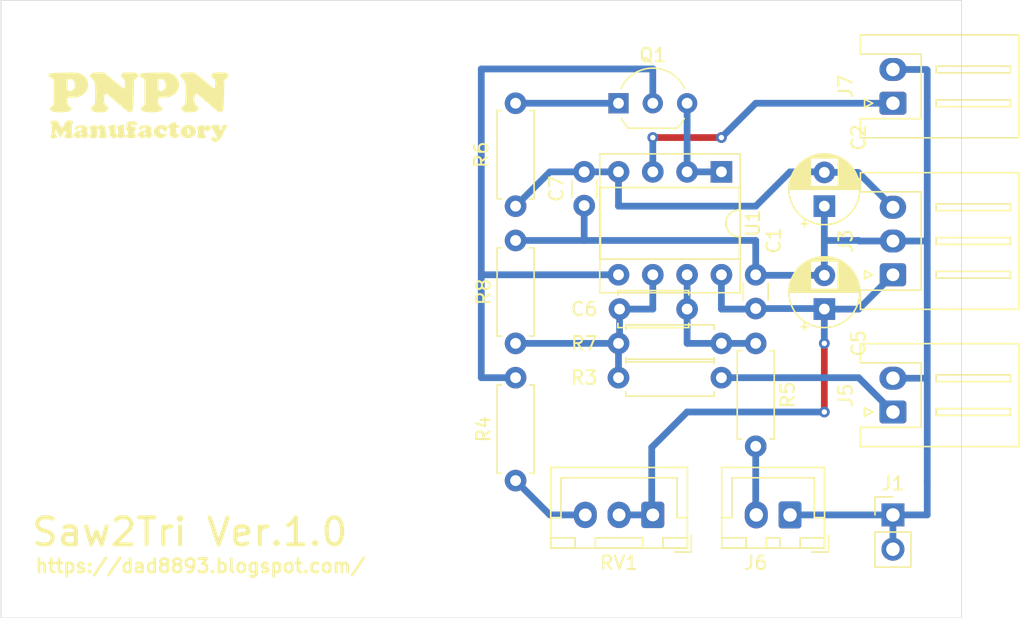
<source format=kicad_pcb>
(kicad_pcb (version 20171130) (host pcbnew "(5.1.6)-1")

  (general
    (thickness 1.6)
    (drawings 18)
    (tracks 75)
    (zones 0)
    (modules 20)
    (nets 13)
  )

  (page A4)
  (layers
    (0 F.Cu signal)
    (31 B.Cu signal)
    (32 B.Adhes user)
    (33 F.Adhes user)
    (34 B.Paste user)
    (35 F.Paste user)
    (36 B.SilkS user)
    (37 F.SilkS user)
    (38 B.Mask user)
    (39 F.Mask user)
    (40 Dwgs.User user)
    (41 Cmts.User user)
    (42 Eco1.User user)
    (43 Eco2.User user)
    (44 Edge.Cuts user)
    (45 Margin user)
    (46 B.CrtYd user)
    (47 F.CrtYd user)
    (48 B.Fab user)
    (49 F.Fab user hide)
  )

  (setup
    (last_trace_width 0.5)
    (user_trace_width 0.5)
    (trace_clearance 0.2)
    (zone_clearance 0.508)
    (zone_45_only no)
    (trace_min 0.2)
    (via_size 0.8)
    (via_drill 0.4)
    (via_min_size 0.4)
    (via_min_drill 0.3)
    (uvia_size 0.3)
    (uvia_drill 0.1)
    (uvias_allowed no)
    (uvia_min_size 0.2)
    (uvia_min_drill 0.1)
    (edge_width 0.05)
    (segment_width 0.2)
    (pcb_text_width 0.3)
    (pcb_text_size 1.5 1.5)
    (mod_edge_width 0.12)
    (mod_text_size 1 1)
    (mod_text_width 0.15)
    (pad_size 1.524 1.524)
    (pad_drill 0.762)
    (pad_to_mask_clearance 0.05)
    (aux_axis_origin 0 0)
    (visible_elements 7FFFFFFF)
    (pcbplotparams
      (layerselection 0x010fc_ffffffff)
      (usegerberextensions false)
      (usegerberattributes true)
      (usegerberadvancedattributes true)
      (creategerberjobfile true)
      (excludeedgelayer true)
      (linewidth 0.100000)
      (plotframeref false)
      (viasonmask false)
      (mode 1)
      (useauxorigin false)
      (hpglpennumber 1)
      (hpglpenspeed 20)
      (hpglpendiameter 15.000000)
      (psnegative false)
      (psa4output false)
      (plotreference true)
      (plotvalue true)
      (plotinvisibletext false)
      (padsonsilk false)
      (subtractmaskfromsilk false)
      (outputformat 1)
      (mirror false)
      (drillshape 1)
      (scaleselection 1)
      (outputdirectory ""))
  )

  (net 0 "")
  (net 1 GND)
  (net 2 +12V)
  (net 3 -12V)
  (net 4 "Net-(C6-Pad2)")
  (net 5 "Net-(C6-Pad1)")
  (net 6 "Net-(J7-Pad1)")
  (net 7 "Net-(Q1-Pad1)")
  (net 8 "Net-(Q1-Pad3)")
  (net 9 "Net-(Q1-Pad2)")
  (net 10 "Net-(R4-Pad1)")
  (net 11 "Net-(J5-Pad1)")
  (net 12 "Net-(J6-Pad2)")

  (net_class Default "This is the default net class."
    (clearance 0.2)
    (trace_width 0.25)
    (via_dia 0.8)
    (via_drill 0.4)
    (uvia_dia 0.3)
    (uvia_drill 0.1)
    (add_net +12V)
    (add_net -12V)
    (add_net GND)
    (add_net "Net-(C6-Pad1)")
    (add_net "Net-(C6-Pad2)")
    (add_net "Net-(J5-Pad1)")
    (add_net "Net-(J6-Pad2)")
    (add_net "Net-(J7-Pad1)")
    (add_net "Net-(Q1-Pad1)")
    (add_net "Net-(Q1-Pad2)")
    (add_net "Net-(Q1-Pad3)")
    (add_net "Net-(R4-Pad1)")
  )

  (module myfootprint:Silk_PNPN_Manufactory_600dpi (layer F.Cu) (tedit 5F22FC8E) (tstamp 604750C7)
    (at 86.36 78.74)
    (fp_text reference G*** (at -3.81 -3.81) (layer F.Fab) hide
      (effects (font (size 1.524 1.524) (thickness 0.3)))
    )
    (fp_text value LOGO (at 2.54 -3.81) (layer F.Fab) hide
      (effects (font (size 1.524 1.524) (thickness 0.3)))
    )
    (fp_poly (pts (xy 6.555999 1.627306) (xy 6.606377 1.6794) (xy 6.578237 1.75921) (xy 6.522965 1.81769)
      (xy 6.433409 1.929915) (xy 6.341009 2.102738) (xy 6.283903 2.241076) (xy 6.163103 2.503724)
      (xy 6.023185 2.69791) (xy 5.869227 2.819461) (xy 5.706308 2.864205) (xy 5.559018 2.836511)
      (xy 5.464147 2.769362) (xy 5.420464 2.712691) (xy 5.398957 2.635081) (xy 5.439625 2.562358)
      (xy 5.46003 2.54097) (xy 5.550378 2.46911) (xy 5.619702 2.471677) (xy 5.690706 2.550601)
      (xy 5.697726 2.561167) (xy 5.768278 2.645099) (xy 5.820072 2.662194) (xy 5.841886 2.609242)
      (xy 5.842 2.602443) (xy 5.821823 2.525548) (xy 5.768954 2.398913) (xy 5.694886 2.245022)
      (xy 5.61111 2.086356) (xy 5.529121 1.945399) (xy 5.460411 1.844635) (xy 5.445874 1.827505)
      (xy 5.386344 1.756937) (xy 5.38309 1.715568) (xy 5.434366 1.670932) (xy 5.437341 1.668755)
      (xy 5.53103 1.633484) (xy 5.671911 1.61375) (xy 5.824364 1.610958) (xy 5.952767 1.626511)
      (xy 6.00528 1.646363) (xy 6.042527 1.713596) (xy 6.036832 1.764352) (xy 6.036541 1.852279)
      (xy 6.07539 1.932168) (xy 6.134259 1.976156) (xy 6.178047 1.970119) (xy 6.211573 1.90118)
      (xy 6.204639 1.79923) (xy 6.200588 1.693618) (xy 6.246908 1.634493) (xy 6.356703 1.610758)
      (xy 6.429663 1.608667) (xy 6.555999 1.627306)) (layer F.SilkS) (width 0.01))
    (fp_poly (pts (xy -4.998126 1.276472) (xy -4.902965 1.292379) (xy -4.892962 1.295696) (xy -4.835619 1.354973)
      (xy -4.834818 1.444644) (xy -4.878916 1.517682) (xy -4.909562 1.593082) (xy -4.926529 1.72733)
      (xy -4.930664 1.895861) (xy -4.922811 2.07411) (xy -4.903816 2.237512) (xy -4.874525 2.361503)
      (xy -4.848138 2.411927) (xy -4.801324 2.473754) (xy -4.818663 2.511106) (xy -4.862038 2.536631)
      (xy -4.960943 2.565996) (xy -5.098847 2.579984) (xy -5.24593 2.578967) (xy -5.372373 2.563315)
      (xy -5.448356 2.533397) (xy -5.452316 2.529296) (xy -5.469872 2.458592) (xy -5.436333 2.394205)
      (xy -5.397217 2.308692) (xy -5.378117 2.204303) (xy -5.379584 2.108478) (xy -5.402172 2.04866)
      (xy -5.42925 2.042339) (xy -5.474229 2.087276) (xy -5.538306 2.186813) (xy -5.597854 2.299867)
      (xy -5.664391 2.424736) (xy -5.722855 2.511572) (xy -5.756999 2.54) (xy -5.795617 2.504724)
      (xy -5.856946 2.411742) (xy -5.928439 2.280327) (xy -5.936148 2.264833) (xy -6.00657 2.130642)
      (xy -6.066079 2.032684) (xy -6.102898 1.99014) (xy -6.105086 1.989667) (xy -6.132316 2.025776)
      (xy -6.141709 2.114035) (xy -6.135495 2.224339) (xy -6.115908 2.326585) (xy -6.085179 2.390667)
      (xy -6.074833 2.397691) (xy -6.017534 2.451664) (xy -6.02781 2.519262) (xy -6.078296 2.556637)
      (xy -6.191111 2.580759) (xy -6.319548 2.582283) (xy -6.432505 2.563893) (xy -6.498881 2.528274)
      (xy -6.503607 2.519921) (xy -6.495888 2.44349) (xy -6.459945 2.389897) (xy -6.422156 2.307674)
      (xy -6.398 2.166946) (xy -6.387429 1.992761) (xy -6.390395 1.810169) (xy -6.406851 1.644217)
      (xy -6.43675 1.519955) (xy -6.461676 1.475211) (xy -6.507159 1.389093) (xy -6.476221 1.324114)
      (xy -6.375588 1.285454) (xy -6.211988 1.278294) (xy -6.206394 1.278607) (xy -6.091985 1.288172)
      (xy -6.016008 1.311496) (xy -5.955188 1.365346) (xy -5.886251 1.466487) (xy -5.839912 1.542601)
      (xy -5.758062 1.670424) (xy -5.688307 1.765711) (xy -5.645497 1.80821) (xy -5.645001 1.808388)
      (xy -5.603786 1.78222) (xy -5.548738 1.699498) (xy -5.522438 1.646428) (xy -5.429098 1.46204)
      (xy -5.341094 1.346722) (xy -5.244277 1.287151) (xy -5.124499 1.270002) (xy -5.122723 1.27)
      (xy -4.998126 1.276472)) (layer F.SilkS) (width 0.01))
    (fp_poly (pts (xy -3.987801 1.64726) (xy -3.864106 1.706783) (xy -3.794694 1.82001) (xy -3.76867 1.998281)
      (xy -3.767666 2.055753) (xy -3.759337 2.204702) (xy -3.730573 2.290955) (xy -3.693583 2.326109)
      (xy -3.651426 2.360625) (xy -3.661219 2.400569) (xy -3.729746 2.468747) (xy -3.738277 2.476379)
      (xy -3.870487 2.559596) (xy -3.99744 2.579019) (xy -4.096718 2.532681) (xy -4.156992 2.504218)
      (xy -4.248522 2.529613) (xy -4.255343 2.532681) (xy -4.435037 2.579372) (xy -4.590861 2.544855)
      (xy -4.679757 2.478424) (xy -4.759592 2.385837) (xy -4.774824 2.312023) (xy -4.758964 2.283873)
      (xy -4.35147 2.283873) (xy -4.308292 2.352141) (xy -4.255828 2.370667) (xy -4.203381 2.334008)
      (xy -4.191 2.264833) (xy -4.216904 2.183263) (xy -4.275228 2.156972) (xy -4.33689 2.197925)
      (xy -4.340419 2.20336) (xy -4.35147 2.283873) (xy -4.758964 2.283873) (xy -4.726208 2.225736)
      (xy -4.68702 2.178363) (xy -4.581156 2.092995) (xy -4.433171 2.049142) (xy -4.390686 2.043496)
      (xy -4.268752 2.024619) (xy -4.209662 1.995169) (xy -4.191649 1.941612) (xy -4.191 1.919332)
      (xy -4.216052 1.822731) (xy -4.283386 1.792968) (xy -4.381269 1.831682) (xy -4.445 1.883833)
      (xy -4.55182 1.959761) (xy -4.637595 1.97363) (xy -4.687217 1.927351) (xy -4.691386 1.852669)
      (xy -4.636639 1.754195) (xy -4.511456 1.681235) (xy -4.327561 1.63886) (xy -4.176676 1.630101)
      (xy -3.987801 1.64726)) (layer F.SilkS) (width 0.01))
    (fp_poly (pts (xy -2.58197 1.64605) (xy -2.477292 1.751426) (xy -2.420771 1.914635) (xy -2.413 2.017902)
      (xy -2.398155 2.174612) (xy -2.361483 2.324994) (xy -2.351774 2.350587) (xy -2.315533 2.449135)
      (xy -2.318829 2.501218) (xy -2.364566 2.536705) (xy -2.370157 2.539727) (xy -2.470887 2.568257)
      (xy -2.610741 2.580159) (xy -2.75204 2.575057) (xy -2.857102 2.552577) (xy -2.872454 2.544735)
      (xy -2.907776 2.496441) (xy -2.883037 2.421167) (xy -2.848488 2.309008) (xy -2.837027 2.167812)
      (xy -2.847704 2.030337) (xy -2.879568 1.929341) (xy -2.897979 1.906539) (xy -2.971995 1.870771)
      (xy -3.019765 1.910166) (xy -3.042379 2.026908) (xy -3.042333 2.195462) (xy -3.040447 2.347363)
      (xy -3.048106 2.468521) (xy -3.062416 2.529417) (xy -3.12301 2.561104) (xy -3.235358 2.578086)
      (xy -3.367713 2.57964) (xy -3.488326 2.565044) (xy -3.556 2.540643) (xy -3.596697 2.495876)
      (xy -3.575896 2.430376) (xy -3.566583 2.414866) (xy -3.52936 2.308463) (xy -3.514291 2.167115)
      (xy -3.520735 2.022779) (xy -3.548047 1.907406) (xy -3.577689 1.862233) (xy -3.615397 1.796989)
      (xy -3.570628 1.734928) (xy -3.445565 1.678187) (xy -3.36664 1.655703) (xy -3.219974 1.621555)
      (xy -3.136857 1.61356) (xy -3.099569 1.634131) (xy -3.090388 1.685682) (xy -3.090333 1.693333)
      (xy -3.075329 1.762164) (xy -3.054561 1.778) (xy -3.002306 1.749693) (xy -2.942166 1.693333)
      (xy -2.829356 1.624646) (xy -2.727011 1.608667) (xy -2.58197 1.64605)) (layer F.SilkS) (width 0.01))
    (fp_poly (pts (xy -0.326551 1.325609) (xy -0.187995 1.370284) (xy -0.10677 1.44915) (xy -0.092656 1.537259)
      (xy -0.138199 1.617129) (xy -0.23124 1.643114) (xy -0.351576 1.612171) (xy -0.401837 1.583823)
      (xy -0.501968 1.538691) (xy -0.555768 1.554835) (xy -0.556476 1.604116) (xy -0.49958 1.667978)
      (xy -0.40637 1.730262) (xy -0.29813 1.77481) (xy -0.253445 1.784325) (xy -0.167288 1.823419)
      (xy -0.129921 1.890923) (xy -0.145871 1.958288) (xy -0.219664 1.996966) (xy -0.219735 1.996976)
      (xy -0.287855 2.021983) (xy -0.311316 2.087879) (xy -0.311224 2.148726) (xy -0.266698 2.298167)
      (xy -0.205391 2.370948) (xy -0.139403 2.432378) (xy -0.135141 2.471437) (xy -0.188008 2.518805)
      (xy -0.286153 2.557864) (xy -0.434741 2.578746) (xy -0.601455 2.581161) (xy -0.753982 2.564815)
      (xy -0.860006 2.529417) (xy -0.866654 2.52493) (xy -0.938695 2.489559) (xy -1.016807 2.506174)
      (xy -1.054662 2.524669) (xy -1.181525 2.568791) (xy -1.31185 2.580802) (xy -1.417175 2.561211)
      (xy -1.466941 2.517314) (xy -1.493176 2.475885) (xy -1.539786 2.485773) (xy -1.591123 2.517314)
      (xy -1.738659 2.573997) (xy -1.892888 2.570381) (xy -2.021041 2.507927) (xy -2.032 2.497667)
      (xy -2.084101 2.422476) (xy -2.110104 2.314128) (xy -2.116666 2.162024) (xy -2.128408 1.979492)
      (xy -2.165158 1.867745) (xy -2.184278 1.843436) (xy -2.23065 1.761355) (xy -2.199807 1.692679)
      (xy -2.098723 1.641843) (xy -1.934374 1.61328) (xy -1.815041 1.608667) (xy -1.693333 1.608667)
      (xy -1.693333 1.94215) (xy -1.683467 2.155995) (xy -1.654443 2.293098) (xy -1.607124 2.351454)
      (xy -1.542371 2.329056) (xy -1.531459 2.318859) (xy -1.495212 2.235846) (xy -1.482587 2.107185)
      (xy -1.492539 1.968219) (xy -1.524024 1.854295) (xy -1.546234 1.819153) (xy -1.58859 1.758247)
      (xy -1.566865 1.712421) (xy -1.54483 1.693054) (xy -1.465164 1.656841) (xy -1.338092 1.627244)
      (xy -1.268595 1.618098) (xy -1.058333 1.597894) (xy -1.058333 1.95793) (xy -1.050923 2.175375)
      (xy -1.026312 2.316337) (xy -0.980929 2.387893) (xy -0.911203 2.397123) (xy -0.849373 2.372115)
      (xy -0.788101 2.304957) (xy -0.757703 2.204578) (xy -0.758381 2.099566) (xy -0.790336 2.018509)
      (xy -0.846666 1.989667) (xy -0.917419 1.959732) (xy -0.931333 1.905) (xy -0.913398 1.836213)
      (xy -0.8885 1.820333) (xy -0.86516 1.782791) (xy -0.868037 1.682242) (xy -0.871143 1.661009)
      (xy -0.866873 1.514123) (xy -0.796613 1.410686) (xy -0.655758 1.346386) (xy -0.509117 1.322007)
      (xy -0.326551 1.325609)) (layer F.SilkS) (width 0.01))
    (fp_poly (pts (xy 0.753532 1.64726) (xy 0.877227 1.706783) (xy 0.946639 1.82001) (xy 0.972663 1.998281)
      (xy 0.973667 2.055753) (xy 0.981996 2.204702) (xy 1.010761 2.290955) (xy 1.04775 2.326109)
      (xy 1.089908 2.360625) (xy 1.080114 2.400569) (xy 1.011587 2.468747) (xy 1.003056 2.476379)
      (xy 0.870847 2.559596) (xy 0.743893 2.579019) (xy 0.644615 2.532681) (xy 0.584341 2.504218)
      (xy 0.492811 2.529613) (xy 0.48599 2.532681) (xy 0.306296 2.579372) (xy 0.150472 2.544855)
      (xy 0.061576 2.478424) (xy -0.018259 2.385837) (xy -0.03349 2.312023) (xy -0.01763 2.283873)
      (xy 0.389863 2.283873) (xy 0.433042 2.352141) (xy 0.485505 2.370667) (xy 0.537952 2.334008)
      (xy 0.550334 2.264833) (xy 0.524429 2.183263) (xy 0.466105 2.156972) (xy 0.404444 2.197925)
      (xy 0.400914 2.20336) (xy 0.389863 2.283873) (xy -0.01763 2.283873) (xy 0.015126 2.225736)
      (xy 0.054314 2.178363) (xy 0.160177 2.092995) (xy 0.308162 2.049142) (xy 0.350647 2.043496)
      (xy 0.472582 2.024619) (xy 0.531671 1.995169) (xy 0.549684 1.941612) (xy 0.550334 1.919332)
      (xy 0.525281 1.822731) (xy 0.457947 1.792968) (xy 0.360065 1.831682) (xy 0.296334 1.883833)
      (xy 0.189514 1.959761) (xy 0.103738 1.97363) (xy 0.054117 1.927351) (xy 0.049948 1.852669)
      (xy 0.104694 1.754195) (xy 0.229877 1.681235) (xy 0.413772 1.63886) (xy 0.564657 1.630101)
      (xy 0.753532 1.64726)) (layer F.SilkS) (width 0.01))
    (fp_poly (pts (xy 1.829745 1.624475) (xy 1.992069 1.672766) (xy 2.103619 1.756862) (xy 2.137179 1.81827)
      (xy 2.142123 1.93351) (xy 2.091786 2.019956) (xy 2.008605 2.067382) (xy 1.915015 2.065567)
      (xy 1.833453 2.004286) (xy 1.811748 1.966562) (xy 1.74446 1.88265) (xy 1.675072 1.871312)
      (xy 1.59968 1.917207) (xy 1.573247 2.011054) (xy 1.599155 2.129454) (xy 1.629633 2.185802)
      (xy 1.684992 2.251726) (xy 1.755966 2.279469) (xy 1.874236 2.280056) (xy 1.896303 2.278604)
      (xy 2.040329 2.28547) (xy 2.110343 2.325839) (xy 2.103154 2.391595) (xy 2.015569 2.474621)
      (xy 1.981969 2.496375) (xy 1.800327 2.564497) (xy 1.596889 2.575303) (xy 1.409742 2.527532)
      (xy 1.386949 2.516065) (xy 1.242179 2.39515) (xy 1.163419 2.237047) (xy 1.153405 2.060825)
      (xy 1.214874 1.885554) (xy 1.283209 1.793095) (xy 1.390629 1.692839) (xy 1.500117 1.641541)
      (xy 1.636032 1.619671) (xy 1.829745 1.624475)) (layer F.SilkS) (width 0.01))
    (fp_poly (pts (xy 2.771129 1.421649) (xy 2.794 1.500151) (xy 2.809111 1.574147) (xy 2.870793 1.607858)
      (xy 2.931584 1.616568) (xy 3.031232 1.639803) (xy 3.067598 1.692408) (xy 3.069167 1.7145)
      (xy 3.047417 1.777533) (xy 2.968693 1.80769) (xy 2.929555 1.812583) (xy 2.789944 1.826)
      (xy 2.802555 2.066583) (xy 2.811999 2.202482) (xy 2.829701 2.274238) (xy 2.867205 2.302312)
      (xy 2.936054 2.307166) (xy 2.938288 2.307167) (xy 3.044024 2.325488) (xy 3.074145 2.374196)
      (xy 3.027779 2.443902) (xy 2.955856 2.496242) (xy 2.772638 2.570958) (xy 2.600266 2.571343)
      (xy 2.453323 2.497895) (xy 2.432243 2.478424) (xy 2.374053 2.407824) (xy 2.342468 2.325522)
      (xy 2.329901 2.203703) (xy 2.328334 2.097424) (xy 2.32573 1.947879) (xy 2.314122 1.864285)
      (xy 2.287809 1.82799) (xy 2.243667 1.820333) (xy 2.167888 1.799938) (xy 2.15914 1.745603)
      (xy 2.212247 1.667607) (xy 2.322037 1.576227) (xy 2.387866 1.53389) (xy 2.571155 1.43673)
      (xy 2.697881 1.399402) (xy 2.771129 1.421649)) (layer F.SilkS) (width 0.01))
    (fp_poly (pts (xy 3.875109 1.623637) (xy 4.049811 1.69557) (xy 4.183342 1.819352) (xy 4.2614 1.987227)
      (xy 4.275667 2.108855) (xy 4.23718 2.266921) (xy 4.133704 2.400439) (xy 3.98321 2.501756)
      (xy 3.803674 2.563218) (xy 3.613069 2.577173) (xy 3.429368 2.535966) (xy 3.357619 2.499774)
      (xy 3.213917 2.379557) (xy 3.14666 2.233472) (xy 3.14549 2.064945) (xy 3.18246 1.947986)
      (xy 3.599383 1.947986) (xy 3.600714 2.067349) (xy 3.623955 2.187999) (xy 3.66473 2.277289)
      (xy 3.732587 2.3439) (xy 3.781803 2.330251) (xy 3.807446 2.239631) (xy 3.81 2.180424)
      (xy 3.794153 2.022497) (xy 3.75227 1.898245) (xy 3.692839 1.828444) (xy 3.662881 1.820333)
      (xy 3.620069 1.856714) (xy 3.599383 1.947986) (xy 3.18246 1.947986) (xy 3.205088 1.876402)
      (xy 3.330271 1.737745) (xy 3.45939 1.666324) (xy 3.673535 1.611304) (xy 3.875109 1.623637)) (layer F.SilkS) (width 0.01))
    (fp_poly (pts (xy 4.860904 1.661134) (xy 4.868334 1.700712) (xy 4.868334 1.792758) (xy 4.966312 1.700712)
      (xy 5.092373 1.622022) (xy 5.210399 1.623484) (xy 5.309909 1.704636) (xy 5.317863 1.716234)
      (xy 5.363613 1.815186) (xy 5.349655 1.907615) (xy 5.341445 1.926733) (xy 5.26055 2.022054)
      (xy 5.147965 2.062504) (xy 5.034741 2.039967) (xy 5.000776 2.015758) (xy 4.930167 1.971411)
      (xy 4.888001 1.997886) (xy 4.869856 2.100148) (xy 4.868334 2.164566) (xy 4.884572 2.291694)
      (xy 4.939705 2.362803) (xy 4.953 2.370667) (xy 5.024633 2.437568) (xy 5.02796 2.509119)
      (xy 4.970704 2.556637) (xy 4.86343 2.57865) (xy 4.720174 2.584777) (xy 4.570103 2.57674)
      (xy 4.44238 2.556263) (xy 4.366173 2.525071) (xy 4.361843 2.520652) (xy 4.334323 2.457352)
      (xy 4.366638 2.379538) (xy 4.377826 2.363066) (xy 4.427299 2.246422) (xy 4.444118 2.106524)
      (xy 4.428473 1.976316) (xy 4.380558 1.88874) (xy 4.375033 1.884339) (xy 4.330369 1.818504)
      (xy 4.369156 1.748945) (xy 4.49035 1.677312) (xy 4.512308 1.667847) (xy 4.67934 1.614946)
      (xy 4.798384 1.612971) (xy 4.860904 1.661134)) (layer F.SilkS) (width 0.01))
    (fp_poly (pts (xy -4.755953 -2.274086) (xy -4.613611 -2.26682) (xy -4.502392 -2.253497) (xy -4.408934 -2.233614)
      (xy -4.366999 -2.221756) (xy -4.116774 -2.108197) (xy -3.924442 -1.944821) (xy -3.791377 -1.744837)
      (xy -3.718951 -1.521459) (xy -3.708539 -1.287899) (xy -3.761512 -1.057368) (xy -3.879246 -0.843079)
      (xy -4.063112 -0.658242) (xy -4.195563 -0.572476) (xy -4.317242 -0.511578) (xy -4.430758 -0.472362)
      (xy -4.563277 -0.448815) (xy -4.741964 -0.434921) (xy -4.836583 -0.430548) (xy -5.249333 -0.413486)
      (xy -5.249333 -0.189039) (xy -5.243157 -0.013288) (xy -5.218355 0.10093) (xy -5.165521 0.176245)
      (xy -5.075245 0.235286) (xy -5.072292 0.236819) (xy -4.97729 0.320997) (xy -4.956519 0.423323)
      (xy -5.008383 0.524267) (xy -5.101166 0.590936) (xy -5.219822 0.625751) (xy -5.398449 0.65064)
      (xy -5.612878 0.665091) (xy -5.838938 0.668586) (xy -6.052459 0.660612) (xy -6.229272 0.640653)
      (xy -6.324601 0.617013) (xy -6.480181 0.541679) (xy -6.551939 0.459733) (xy -6.540659 0.367817)
      (xy -6.447123 0.262573) (xy -6.4135 0.235703) (xy -6.265333 0.122691) (xy -6.265333 -1.166072)
      (xy -5.242966 -1.166072) (xy -5.235334 -1.025861) (xy -5.216436 -0.947579) (xy -5.198035 -0.924897)
      (xy -5.070321 -0.890433) (xy -4.93013 -0.930985) (xy -4.822743 -1.012744) (xy -4.744297 -1.106751)
      (xy -4.707855 -1.206386) (xy -4.699 -1.34905) (xy -4.727305 -1.554703) (xy -4.811397 -1.697943)
      (xy -4.950039 -1.77725) (xy -5.060952 -1.793588) (xy -5.228166 -1.799167) (xy -5.240368 -1.379332)
      (xy -5.242966 -1.166072) (xy -6.265333 -1.166072) (xy -6.265333 -1.78232) (xy -6.406286 -1.841214)
      (xy -6.559021 -1.927682) (xy -6.628981 -2.025595) (xy -6.625842 -2.114537) (xy -6.61122 -2.1511)
      (xy -6.5867 -2.179733) (xy -6.54229 -2.201772) (xy -6.467998 -2.218551) (xy -6.353831 -2.231407)
      (xy -6.189799 -2.241675) (xy -5.965908 -2.250691) (xy -5.672166 -2.259791) (xy -5.503333 -2.264583)
      (xy -5.187452 -2.272464) (xy -4.942779 -2.2758) (xy -4.755953 -2.274086)) (layer F.SilkS) (width 0.01))
    (fp_poly (pts (xy -2.742692 -2.281621) (xy -2.594677 -2.269093) (xy -2.503755 -2.246901) (xy -2.502208 -2.246098)
      (xy -2.44812 -2.207284) (xy -2.340853 -2.122362) (xy -2.191466 -2.000379) (xy -2.011018 -1.85038)
      (xy -1.810567 -1.681411) (xy -1.776071 -1.652109) (xy -1.574898 -1.484241) (xy -1.392459 -1.338041)
      (xy -1.239486 -1.221625) (xy -1.126711 -1.143109) (xy -1.064867 -1.11061) (xy -1.059663 -1.110325)
      (xy -1.016731 -1.147656) (xy -0.991076 -1.248037) (xy -0.981749 -1.352801) (xy -0.978743 -1.551994)
      (xy -1.000926 -1.687528) (xy -1.054627 -1.778284) (xy -1.146118 -1.843112) (xy -1.235343 -1.903737)
      (xy -1.264246 -1.979531) (xy -1.261921 -2.044) (xy -1.23727 -2.143161) (xy -1.178151 -2.212061)
      (xy -1.072984 -2.254818) (xy -0.910189 -2.275552) (xy -0.678184 -2.278382) (xy -0.607581 -2.276762)
      (xy -0.400158 -2.26824) (xy -0.259176 -2.254207) (xy -0.166438 -2.231417) (xy -0.103749 -2.196621)
      (xy -0.088997 -2.184189) (xy -0.022816 -2.098752) (xy 0 -2.027108) (xy -0.005954 -1.976534)
      (xy -0.03429 -1.929752) (xy -0.100718 -1.868558) (xy -0.211666 -1.781828) (xy -0.3175 -1.701019)
      (xy -0.339545 -0.649426) (xy -0.348386 -0.282457) (xy -0.359041 0.008711) (xy -0.37336 0.232946)
      (xy -0.393191 0.399113) (xy -0.420384 0.516079) (xy -0.456786 0.592711) (xy -0.504248 0.637874)
      (xy -0.564617 0.660435) (xy -0.614128 0.667404) (xy -0.66234 0.664652) (xy -0.720451 0.643976)
      (xy -0.797122 0.599027) (xy -0.901012 0.523456) (xy -1.040779 0.410913) (xy -1.225084 0.255049)
      (xy -1.462585 0.049514) (xy -1.49332 0.022737) (xy -1.709817 -0.164928) (xy -1.908416 -0.335108)
      (xy -2.079163 -0.479431) (xy -2.212104 -0.589525) (xy -2.297286 -0.657019) (xy -2.321101 -0.673463)
      (xy -2.41186 -0.695025) (xy -2.4759 -0.644598) (xy -2.516131 -0.518239) (xy -2.531235 -0.38885)
      (xy -2.530621 -0.17296) (xy -2.498715 0.006802) (xy -2.440036 0.134384) (xy -2.368006 0.191344)
      (xy -2.282214 0.248557) (xy -2.239303 0.304487) (xy -2.217038 0.384086) (xy -2.251113 0.467958)
      (xy -2.274914 0.501695) (xy -2.365342 0.589643) (xy -2.459149 0.640356) (xy -2.558343 0.654927)
      (xy -2.712326 0.663829) (xy -2.891393 0.666791) (xy -3.065839 0.663542) (xy -3.205959 0.65381)
      (xy -3.24824 0.647568) (xy -3.333816 0.604327) (xy -3.425201 0.522466) (xy -3.493983 0.43136)
      (xy -3.513666 0.373133) (xy -3.484836 0.324257) (xy -3.41138 0.242962) (xy -3.358734 0.192413)
      (xy -3.203801 0.050476) (xy -3.183955 -0.499131) (xy -3.178644 -0.739017) (xy -3.179089 -0.978959)
      (xy -3.184913 -1.190165) (xy -3.194933 -1.336572) (xy -3.216076 -1.496394) (xy -3.24746 -1.604329)
      (xy -3.304199 -1.693016) (xy -3.401407 -1.795093) (xy -3.412045 -1.805457) (xy -3.510007 -1.904506)
      (xy -3.577484 -1.980074) (xy -3.598333 -2.012037) (xy -3.5614 -2.107568) (xy -3.46765 -2.19584)
      (xy -3.381243 -2.239214) (xy -3.267075 -2.263283) (xy -3.105113 -2.278511) (xy -2.921578 -2.284692)
      (xy -2.742692 -2.281621)) (layer F.SilkS) (width 0.01))
    (fp_poly (pts (xy 1.975047 -2.274086) (xy 2.117389 -2.26682) (xy 2.228608 -2.253497) (xy 2.322066 -2.233614)
      (xy 2.364001 -2.221756) (xy 2.614226 -2.108197) (xy 2.806558 -1.944821) (xy 2.939623 -1.744837)
      (xy 3.012049 -1.521459) (xy 3.022461 -1.287899) (xy 2.969488 -1.057368) (xy 2.851754 -0.843079)
      (xy 2.667888 -0.658242) (xy 2.535437 -0.572476) (xy 2.413758 -0.511578) (xy 2.300242 -0.472362)
      (xy 2.167723 -0.448815) (xy 1.989036 -0.434921) (xy 1.894417 -0.430548) (xy 1.481667 -0.413486)
      (xy 1.481667 -0.189039) (xy 1.487843 -0.013288) (xy 1.512645 0.10093) (xy 1.565479 0.176245)
      (xy 1.655755 0.235286) (xy 1.658708 0.236819) (xy 1.75371 0.320997) (xy 1.774481 0.423323)
      (xy 1.722617 0.524267) (xy 1.629834 0.590936) (xy 1.511178 0.625751) (xy 1.332551 0.65064)
      (xy 1.118122 0.665091) (xy 0.892062 0.668586) (xy 0.678541 0.660612) (xy 0.501728 0.640653)
      (xy 0.406399 0.617013) (xy 0.250819 0.541679) (xy 0.179061 0.459733) (xy 0.190341 0.367817)
      (xy 0.283877 0.262573) (xy 0.3175 0.235703) (xy 0.465667 0.122691) (xy 0.465667 -1.166072)
      (xy 1.488034 -1.166072) (xy 1.495666 -1.025861) (xy 1.514564 -0.947579) (xy 1.532965 -0.924897)
      (xy 1.660679 -0.890433) (xy 1.80087 -0.930985) (xy 1.908257 -1.012744) (xy 1.986703 -1.106751)
      (xy 2.023145 -1.206386) (xy 2.032 -1.34905) (xy 2.003695 -1.554703) (xy 1.919603 -1.697943)
      (xy 1.780961 -1.77725) (xy 1.670048 -1.793588) (xy 1.502834 -1.799167) (xy 1.490632 -1.379332)
      (xy 1.488034 -1.166072) (xy 0.465667 -1.166072) (xy 0.465667 -1.78232) (xy 0.324714 -1.841214)
      (xy 0.171979 -1.927682) (xy 0.102019 -2.025595) (xy 0.105158 -2.114537) (xy 0.11978 -2.1511)
      (xy 0.1443 -2.179733) (xy 0.18871 -2.201772) (xy 0.263002 -2.218551) (xy 0.377169 -2.231407)
      (xy 0.541201 -2.241675) (xy 0.765092 -2.250691) (xy 1.058834 -2.259791) (xy 1.227667 -2.264583)
      (xy 1.543548 -2.272464) (xy 1.788221 -2.2758) (xy 1.975047 -2.274086)) (layer F.SilkS) (width 0.01))
    (fp_poly (pts (xy 3.945975 -2.281621) (xy 4.09399 -2.269093) (xy 4.184912 -2.246901) (xy 4.186458 -2.246098)
      (xy 4.240547 -2.207284) (xy 4.347813 -2.122362) (xy 4.4972 -2.000379) (xy 4.677649 -1.85038)
      (xy 4.878099 -1.681411) (xy 4.912595 -1.652109) (xy 5.113768 -1.484241) (xy 5.296208 -1.338041)
      (xy 5.449181 -1.221625) (xy 5.561956 -1.143109) (xy 5.623799 -1.11061) (xy 5.629003 -1.110325)
      (xy 5.671936 -1.147656) (xy 5.69759 -1.248037) (xy 5.706918 -1.352801) (xy 5.709923 -1.551994)
      (xy 5.68774 -1.687528) (xy 5.63404 -1.778284) (xy 5.542549 -1.843112) (xy 5.453323 -1.903737)
      (xy 5.424421 -1.979531) (xy 5.426746 -2.044) (xy 5.451397 -2.143161) (xy 5.510516 -2.212061)
      (xy 5.615683 -2.254818) (xy 5.778478 -2.275552) (xy 6.010482 -2.278382) (xy 6.081086 -2.276762)
      (xy 6.288509 -2.26824) (xy 6.429491 -2.254207) (xy 6.522229 -2.231417) (xy 6.584918 -2.196621)
      (xy 6.599669 -2.184189) (xy 6.66585 -2.098752) (xy 6.688667 -2.027108) (xy 6.682713 -1.976534)
      (xy 6.654377 -1.929752) (xy 6.587948 -1.868558) (xy 6.477 -1.781828) (xy 6.371167 -1.701019)
      (xy 6.349122 -0.649426) (xy 6.340281 -0.282457) (xy 6.329626 0.008711) (xy 6.315307 0.232946)
      (xy 6.295475 0.399113) (xy 6.268283 0.516079) (xy 6.23188 0.592711) (xy 6.184419 0.637874)
      (xy 6.12405 0.660435) (xy 6.074539 0.667404) (xy 6.026327 0.664652) (xy 5.968215 0.643976)
      (xy 5.891544 0.599027) (xy 5.787655 0.523456) (xy 5.647887 0.410913) (xy 5.463583 0.255049)
      (xy 5.226082 0.049514) (xy 5.195347 0.022737) (xy 4.97885 -0.164928) (xy 4.780251 -0.335108)
      (xy 4.609504 -0.479431) (xy 4.476562 -0.589525) (xy 4.391381 -0.657019) (xy 4.367566 -0.673463)
      (xy 4.276807 -0.695025) (xy 4.212767 -0.644598) (xy 4.172536 -0.518239) (xy 4.157431 -0.38885)
      (xy 4.158046 -0.17296) (xy 4.189951 0.006802) (xy 4.248631 0.134384) (xy 4.320661 0.191344)
      (xy 4.406453 0.248557) (xy 4.449364 0.304487) (xy 4.471628 0.384086) (xy 4.437553 0.467958)
      (xy 4.413753 0.501695) (xy 4.323325 0.589643) (xy 4.229517 0.640356) (xy 4.130324 0.654927)
      (xy 3.976341 0.663829) (xy 3.797274 0.666791) (xy 3.622828 0.663542) (xy 3.482708 0.65381)
      (xy 3.440427 0.647568) (xy 3.35485 0.604327) (xy 3.263466 0.522466) (xy 3.194684 0.43136)
      (xy 3.175 0.373133) (xy 3.20383 0.324257) (xy 3.277286 0.242962) (xy 3.329933 0.192413)
      (xy 3.484866 0.050476) (xy 3.504712 -0.499131) (xy 3.510023 -0.739017) (xy 3.509577 -0.978959)
      (xy 3.503753 -1.190165) (xy 3.493733 -1.336572) (xy 3.472591 -1.496394) (xy 3.441207 -1.604329)
      (xy 3.384467 -1.693016) (xy 3.287259 -1.795093) (xy 3.276621 -1.805457) (xy 3.17866 -1.904506)
      (xy 3.111183 -1.980074) (xy 3.090334 -2.012037) (xy 3.127267 -2.107568) (xy 3.221017 -2.19584)
      (xy 3.307424 -2.239214) (xy 3.421591 -2.263283) (xy 3.583553 -2.278511) (xy 3.767089 -2.284692)
      (xy 3.945975 -2.281621)) (layer F.SilkS) (width 0.01))
  )

  (module Package_DIP:DIP-8_W7.62mm_Socket (layer F.Cu) (tedit 5A02E8C5) (tstamp 604163E4)
    (at 129.54 83.82 270)
    (descr "8-lead though-hole mounted DIP package, row spacing 7.62 mm (300 mils), Socket")
    (tags "THT DIP DIL PDIP 2.54mm 7.62mm 300mil Socket")
    (path /604149AF)
    (fp_text reference U1 (at 3.81 -2.33 90) (layer F.SilkS)
      (effects (font (size 1 1) (thickness 0.15)))
    )
    (fp_text value TL072 (at 3.81 9.95 90) (layer F.Fab)
      (effects (font (size 1 1) (thickness 0.15)))
    )
    (fp_line (start 1.635 -1.27) (end 6.985 -1.27) (layer F.Fab) (width 0.1))
    (fp_line (start 6.985 -1.27) (end 6.985 8.89) (layer F.Fab) (width 0.1))
    (fp_line (start 6.985 8.89) (end 0.635 8.89) (layer F.Fab) (width 0.1))
    (fp_line (start 0.635 8.89) (end 0.635 -0.27) (layer F.Fab) (width 0.1))
    (fp_line (start 0.635 -0.27) (end 1.635 -1.27) (layer F.Fab) (width 0.1))
    (fp_line (start -1.27 -1.33) (end -1.27 8.95) (layer F.Fab) (width 0.1))
    (fp_line (start -1.27 8.95) (end 8.89 8.95) (layer F.Fab) (width 0.1))
    (fp_line (start 8.89 8.95) (end 8.89 -1.33) (layer F.Fab) (width 0.1))
    (fp_line (start 8.89 -1.33) (end -1.27 -1.33) (layer F.Fab) (width 0.1))
    (fp_line (start 2.81 -1.33) (end 1.16 -1.33) (layer F.SilkS) (width 0.12))
    (fp_line (start 1.16 -1.33) (end 1.16 8.95) (layer F.SilkS) (width 0.12))
    (fp_line (start 1.16 8.95) (end 6.46 8.95) (layer F.SilkS) (width 0.12))
    (fp_line (start 6.46 8.95) (end 6.46 -1.33) (layer F.SilkS) (width 0.12))
    (fp_line (start 6.46 -1.33) (end 4.81 -1.33) (layer F.SilkS) (width 0.12))
    (fp_line (start -1.33 -1.39) (end -1.33 9.01) (layer F.SilkS) (width 0.12))
    (fp_line (start -1.33 9.01) (end 8.95 9.01) (layer F.SilkS) (width 0.12))
    (fp_line (start 8.95 9.01) (end 8.95 -1.39) (layer F.SilkS) (width 0.12))
    (fp_line (start 8.95 -1.39) (end -1.33 -1.39) (layer F.SilkS) (width 0.12))
    (fp_line (start -1.55 -1.6) (end -1.55 9.2) (layer F.CrtYd) (width 0.05))
    (fp_line (start -1.55 9.2) (end 9.15 9.2) (layer F.CrtYd) (width 0.05))
    (fp_line (start 9.15 9.2) (end 9.15 -1.6) (layer F.CrtYd) (width 0.05))
    (fp_line (start 9.15 -1.6) (end -1.55 -1.6) (layer F.CrtYd) (width 0.05))
    (fp_text user %R (at 3.81 3.81 90) (layer F.Fab)
      (effects (font (size 1 1) (thickness 0.15)))
    )
    (fp_arc (start 3.81 -1.33) (end 2.81 -1.33) (angle -180) (layer F.SilkS) (width 0.12))
    (pad 8 thru_hole oval (at 7.62 0 270) (size 1.6 1.6) (drill 0.8) (layers *.Cu *.Mask)
      (net 2 +12V))
    (pad 4 thru_hole oval (at 0 7.62 270) (size 1.6 1.6) (drill 0.8) (layers *.Cu *.Mask)
      (net 3 -12V))
    (pad 7 thru_hole oval (at 7.62 2.54 270) (size 1.6 1.6) (drill 0.8) (layers *.Cu *.Mask)
      (net 5 "Net-(C6-Pad1)"))
    (pad 3 thru_hole oval (at 0 5.08 270) (size 1.6 1.6) (drill 0.8) (layers *.Cu *.Mask)
      (net 6 "Net-(J7-Pad1)"))
    (pad 6 thru_hole oval (at 7.62 5.08 270) (size 1.6 1.6) (drill 0.8) (layers *.Cu *.Mask)
      (net 4 "Net-(C6-Pad2)"))
    (pad 2 thru_hole oval (at 0 2.54 270) (size 1.6 1.6) (drill 0.8) (layers *.Cu *.Mask)
      (net 8 "Net-(Q1-Pad3)"))
    (pad 5 thru_hole oval (at 7.62 7.62 270) (size 1.6 1.6) (drill 0.8) (layers *.Cu *.Mask)
      (net 9 "Net-(Q1-Pad2)"))
    (pad 1 thru_hole rect (at 0 0 270) (size 1.6 1.6) (drill 0.8) (layers *.Cu *.Mask)
      (net 8 "Net-(Q1-Pad3)"))
    (model ${KISYS3DMOD}/Package_DIP.3dshapes/DIP-8_W7.62mm_Socket.wrl
      (at (xyz 0 0 0))
      (scale (xyz 1 1 1))
      (rotate (xyz 0 0 0))
    )
  )

  (module Capacitor_THT:CP_Radial_D5.0mm_P2.50mm (layer F.Cu) (tedit 5AE50EF0) (tstamp 604160A9)
    (at 137.16 86.36 90)
    (descr "CP, Radial series, Radial, pin pitch=2.50mm, , diameter=5mm, Electrolytic Capacitor")
    (tags "CP Radial series Radial pin pitch 2.50mm  diameter 5mm Electrolytic Capacitor")
    (path /604472C5)
    (fp_text reference C2 (at 5.08 2.54 90) (layer F.SilkS)
      (effects (font (size 1 1) (thickness 0.15)))
    )
    (fp_text value 47uF (at 1.25 3.75 90) (layer F.Fab)
      (effects (font (size 1 1) (thickness 0.15)))
    )
    (fp_circle (center 1.25 0) (end 3.75 0) (layer F.Fab) (width 0.1))
    (fp_circle (center 1.25 0) (end 3.87 0) (layer F.SilkS) (width 0.12))
    (fp_circle (center 1.25 0) (end 4 0) (layer F.CrtYd) (width 0.05))
    (fp_line (start -0.883605 -1.0875) (end -0.383605 -1.0875) (layer F.Fab) (width 0.1))
    (fp_line (start -0.633605 -1.3375) (end -0.633605 -0.8375) (layer F.Fab) (width 0.1))
    (fp_line (start 1.25 -2.58) (end 1.25 2.58) (layer F.SilkS) (width 0.12))
    (fp_line (start 1.29 -2.58) (end 1.29 2.58) (layer F.SilkS) (width 0.12))
    (fp_line (start 1.33 -2.579) (end 1.33 2.579) (layer F.SilkS) (width 0.12))
    (fp_line (start 1.37 -2.578) (end 1.37 2.578) (layer F.SilkS) (width 0.12))
    (fp_line (start 1.41 -2.576) (end 1.41 2.576) (layer F.SilkS) (width 0.12))
    (fp_line (start 1.45 -2.573) (end 1.45 2.573) (layer F.SilkS) (width 0.12))
    (fp_line (start 1.49 -2.569) (end 1.49 -1.04) (layer F.SilkS) (width 0.12))
    (fp_line (start 1.49 1.04) (end 1.49 2.569) (layer F.SilkS) (width 0.12))
    (fp_line (start 1.53 -2.565) (end 1.53 -1.04) (layer F.SilkS) (width 0.12))
    (fp_line (start 1.53 1.04) (end 1.53 2.565) (layer F.SilkS) (width 0.12))
    (fp_line (start 1.57 -2.561) (end 1.57 -1.04) (layer F.SilkS) (width 0.12))
    (fp_line (start 1.57 1.04) (end 1.57 2.561) (layer F.SilkS) (width 0.12))
    (fp_line (start 1.61 -2.556) (end 1.61 -1.04) (layer F.SilkS) (width 0.12))
    (fp_line (start 1.61 1.04) (end 1.61 2.556) (layer F.SilkS) (width 0.12))
    (fp_line (start 1.65 -2.55) (end 1.65 -1.04) (layer F.SilkS) (width 0.12))
    (fp_line (start 1.65 1.04) (end 1.65 2.55) (layer F.SilkS) (width 0.12))
    (fp_line (start 1.69 -2.543) (end 1.69 -1.04) (layer F.SilkS) (width 0.12))
    (fp_line (start 1.69 1.04) (end 1.69 2.543) (layer F.SilkS) (width 0.12))
    (fp_line (start 1.73 -2.536) (end 1.73 -1.04) (layer F.SilkS) (width 0.12))
    (fp_line (start 1.73 1.04) (end 1.73 2.536) (layer F.SilkS) (width 0.12))
    (fp_line (start 1.77 -2.528) (end 1.77 -1.04) (layer F.SilkS) (width 0.12))
    (fp_line (start 1.77 1.04) (end 1.77 2.528) (layer F.SilkS) (width 0.12))
    (fp_line (start 1.81 -2.52) (end 1.81 -1.04) (layer F.SilkS) (width 0.12))
    (fp_line (start 1.81 1.04) (end 1.81 2.52) (layer F.SilkS) (width 0.12))
    (fp_line (start 1.85 -2.511) (end 1.85 -1.04) (layer F.SilkS) (width 0.12))
    (fp_line (start 1.85 1.04) (end 1.85 2.511) (layer F.SilkS) (width 0.12))
    (fp_line (start 1.89 -2.501) (end 1.89 -1.04) (layer F.SilkS) (width 0.12))
    (fp_line (start 1.89 1.04) (end 1.89 2.501) (layer F.SilkS) (width 0.12))
    (fp_line (start 1.93 -2.491) (end 1.93 -1.04) (layer F.SilkS) (width 0.12))
    (fp_line (start 1.93 1.04) (end 1.93 2.491) (layer F.SilkS) (width 0.12))
    (fp_line (start 1.971 -2.48) (end 1.971 -1.04) (layer F.SilkS) (width 0.12))
    (fp_line (start 1.971 1.04) (end 1.971 2.48) (layer F.SilkS) (width 0.12))
    (fp_line (start 2.011 -2.468) (end 2.011 -1.04) (layer F.SilkS) (width 0.12))
    (fp_line (start 2.011 1.04) (end 2.011 2.468) (layer F.SilkS) (width 0.12))
    (fp_line (start 2.051 -2.455) (end 2.051 -1.04) (layer F.SilkS) (width 0.12))
    (fp_line (start 2.051 1.04) (end 2.051 2.455) (layer F.SilkS) (width 0.12))
    (fp_line (start 2.091 -2.442) (end 2.091 -1.04) (layer F.SilkS) (width 0.12))
    (fp_line (start 2.091 1.04) (end 2.091 2.442) (layer F.SilkS) (width 0.12))
    (fp_line (start 2.131 -2.428) (end 2.131 -1.04) (layer F.SilkS) (width 0.12))
    (fp_line (start 2.131 1.04) (end 2.131 2.428) (layer F.SilkS) (width 0.12))
    (fp_line (start 2.171 -2.414) (end 2.171 -1.04) (layer F.SilkS) (width 0.12))
    (fp_line (start 2.171 1.04) (end 2.171 2.414) (layer F.SilkS) (width 0.12))
    (fp_line (start 2.211 -2.398) (end 2.211 -1.04) (layer F.SilkS) (width 0.12))
    (fp_line (start 2.211 1.04) (end 2.211 2.398) (layer F.SilkS) (width 0.12))
    (fp_line (start 2.251 -2.382) (end 2.251 -1.04) (layer F.SilkS) (width 0.12))
    (fp_line (start 2.251 1.04) (end 2.251 2.382) (layer F.SilkS) (width 0.12))
    (fp_line (start 2.291 -2.365) (end 2.291 -1.04) (layer F.SilkS) (width 0.12))
    (fp_line (start 2.291 1.04) (end 2.291 2.365) (layer F.SilkS) (width 0.12))
    (fp_line (start 2.331 -2.348) (end 2.331 -1.04) (layer F.SilkS) (width 0.12))
    (fp_line (start 2.331 1.04) (end 2.331 2.348) (layer F.SilkS) (width 0.12))
    (fp_line (start 2.371 -2.329) (end 2.371 -1.04) (layer F.SilkS) (width 0.12))
    (fp_line (start 2.371 1.04) (end 2.371 2.329) (layer F.SilkS) (width 0.12))
    (fp_line (start 2.411 -2.31) (end 2.411 -1.04) (layer F.SilkS) (width 0.12))
    (fp_line (start 2.411 1.04) (end 2.411 2.31) (layer F.SilkS) (width 0.12))
    (fp_line (start 2.451 -2.29) (end 2.451 -1.04) (layer F.SilkS) (width 0.12))
    (fp_line (start 2.451 1.04) (end 2.451 2.29) (layer F.SilkS) (width 0.12))
    (fp_line (start 2.491 -2.268) (end 2.491 -1.04) (layer F.SilkS) (width 0.12))
    (fp_line (start 2.491 1.04) (end 2.491 2.268) (layer F.SilkS) (width 0.12))
    (fp_line (start 2.531 -2.247) (end 2.531 -1.04) (layer F.SilkS) (width 0.12))
    (fp_line (start 2.531 1.04) (end 2.531 2.247) (layer F.SilkS) (width 0.12))
    (fp_line (start 2.571 -2.224) (end 2.571 -1.04) (layer F.SilkS) (width 0.12))
    (fp_line (start 2.571 1.04) (end 2.571 2.224) (layer F.SilkS) (width 0.12))
    (fp_line (start 2.611 -2.2) (end 2.611 -1.04) (layer F.SilkS) (width 0.12))
    (fp_line (start 2.611 1.04) (end 2.611 2.2) (layer F.SilkS) (width 0.12))
    (fp_line (start 2.651 -2.175) (end 2.651 -1.04) (layer F.SilkS) (width 0.12))
    (fp_line (start 2.651 1.04) (end 2.651 2.175) (layer F.SilkS) (width 0.12))
    (fp_line (start 2.691 -2.149) (end 2.691 -1.04) (layer F.SilkS) (width 0.12))
    (fp_line (start 2.691 1.04) (end 2.691 2.149) (layer F.SilkS) (width 0.12))
    (fp_line (start 2.731 -2.122) (end 2.731 -1.04) (layer F.SilkS) (width 0.12))
    (fp_line (start 2.731 1.04) (end 2.731 2.122) (layer F.SilkS) (width 0.12))
    (fp_line (start 2.771 -2.095) (end 2.771 -1.04) (layer F.SilkS) (width 0.12))
    (fp_line (start 2.771 1.04) (end 2.771 2.095) (layer F.SilkS) (width 0.12))
    (fp_line (start 2.811 -2.065) (end 2.811 -1.04) (layer F.SilkS) (width 0.12))
    (fp_line (start 2.811 1.04) (end 2.811 2.065) (layer F.SilkS) (width 0.12))
    (fp_line (start 2.851 -2.035) (end 2.851 -1.04) (layer F.SilkS) (width 0.12))
    (fp_line (start 2.851 1.04) (end 2.851 2.035) (layer F.SilkS) (width 0.12))
    (fp_line (start 2.891 -2.004) (end 2.891 -1.04) (layer F.SilkS) (width 0.12))
    (fp_line (start 2.891 1.04) (end 2.891 2.004) (layer F.SilkS) (width 0.12))
    (fp_line (start 2.931 -1.971) (end 2.931 -1.04) (layer F.SilkS) (width 0.12))
    (fp_line (start 2.931 1.04) (end 2.931 1.971) (layer F.SilkS) (width 0.12))
    (fp_line (start 2.971 -1.937) (end 2.971 -1.04) (layer F.SilkS) (width 0.12))
    (fp_line (start 2.971 1.04) (end 2.971 1.937) (layer F.SilkS) (width 0.12))
    (fp_line (start 3.011 -1.901) (end 3.011 -1.04) (layer F.SilkS) (width 0.12))
    (fp_line (start 3.011 1.04) (end 3.011 1.901) (layer F.SilkS) (width 0.12))
    (fp_line (start 3.051 -1.864) (end 3.051 -1.04) (layer F.SilkS) (width 0.12))
    (fp_line (start 3.051 1.04) (end 3.051 1.864) (layer F.SilkS) (width 0.12))
    (fp_line (start 3.091 -1.826) (end 3.091 -1.04) (layer F.SilkS) (width 0.12))
    (fp_line (start 3.091 1.04) (end 3.091 1.826) (layer F.SilkS) (width 0.12))
    (fp_line (start 3.131 -1.785) (end 3.131 -1.04) (layer F.SilkS) (width 0.12))
    (fp_line (start 3.131 1.04) (end 3.131 1.785) (layer F.SilkS) (width 0.12))
    (fp_line (start 3.171 -1.743) (end 3.171 -1.04) (layer F.SilkS) (width 0.12))
    (fp_line (start 3.171 1.04) (end 3.171 1.743) (layer F.SilkS) (width 0.12))
    (fp_line (start 3.211 -1.699) (end 3.211 -1.04) (layer F.SilkS) (width 0.12))
    (fp_line (start 3.211 1.04) (end 3.211 1.699) (layer F.SilkS) (width 0.12))
    (fp_line (start 3.251 -1.653) (end 3.251 -1.04) (layer F.SilkS) (width 0.12))
    (fp_line (start 3.251 1.04) (end 3.251 1.653) (layer F.SilkS) (width 0.12))
    (fp_line (start 3.291 -1.605) (end 3.291 -1.04) (layer F.SilkS) (width 0.12))
    (fp_line (start 3.291 1.04) (end 3.291 1.605) (layer F.SilkS) (width 0.12))
    (fp_line (start 3.331 -1.554) (end 3.331 -1.04) (layer F.SilkS) (width 0.12))
    (fp_line (start 3.331 1.04) (end 3.331 1.554) (layer F.SilkS) (width 0.12))
    (fp_line (start 3.371 -1.5) (end 3.371 -1.04) (layer F.SilkS) (width 0.12))
    (fp_line (start 3.371 1.04) (end 3.371 1.5) (layer F.SilkS) (width 0.12))
    (fp_line (start 3.411 -1.443) (end 3.411 -1.04) (layer F.SilkS) (width 0.12))
    (fp_line (start 3.411 1.04) (end 3.411 1.443) (layer F.SilkS) (width 0.12))
    (fp_line (start 3.451 -1.383) (end 3.451 -1.04) (layer F.SilkS) (width 0.12))
    (fp_line (start 3.451 1.04) (end 3.451 1.383) (layer F.SilkS) (width 0.12))
    (fp_line (start 3.491 -1.319) (end 3.491 -1.04) (layer F.SilkS) (width 0.12))
    (fp_line (start 3.491 1.04) (end 3.491 1.319) (layer F.SilkS) (width 0.12))
    (fp_line (start 3.531 -1.251) (end 3.531 -1.04) (layer F.SilkS) (width 0.12))
    (fp_line (start 3.531 1.04) (end 3.531 1.251) (layer F.SilkS) (width 0.12))
    (fp_line (start 3.571 -1.178) (end 3.571 1.178) (layer F.SilkS) (width 0.12))
    (fp_line (start 3.611 -1.098) (end 3.611 1.098) (layer F.SilkS) (width 0.12))
    (fp_line (start 3.651 -1.011) (end 3.651 1.011) (layer F.SilkS) (width 0.12))
    (fp_line (start 3.691 -0.915) (end 3.691 0.915) (layer F.SilkS) (width 0.12))
    (fp_line (start 3.731 -0.805) (end 3.731 0.805) (layer F.SilkS) (width 0.12))
    (fp_line (start 3.771 -0.677) (end 3.771 0.677) (layer F.SilkS) (width 0.12))
    (fp_line (start 3.811 -0.518) (end 3.811 0.518) (layer F.SilkS) (width 0.12))
    (fp_line (start 3.851 -0.284) (end 3.851 0.284) (layer F.SilkS) (width 0.12))
    (fp_line (start -1.554775 -1.475) (end -1.054775 -1.475) (layer F.SilkS) (width 0.12))
    (fp_line (start -1.304775 -1.725) (end -1.304775 -1.225) (layer F.SilkS) (width 0.12))
    (fp_text user %R (at 1.25 0 90) (layer F.Fab)
      (effects (font (size 1 1) (thickness 0.15)))
    )
    (pad 2 thru_hole circle (at 2.5 0 90) (size 1.6 1.6) (drill 0.8) (layers *.Cu *.Mask)
      (net 3 -12V))
    (pad 1 thru_hole rect (at 0 0 90) (size 1.6 1.6) (drill 0.8) (layers *.Cu *.Mask)
      (net 1 GND))
    (model ${KISYS3DMOD}/Capacitor_THT.3dshapes/CP_Radial_D5.0mm_P2.50mm.wrl
      (at (xyz 0 0 0))
      (scale (xyz 1 1 1))
      (rotate (xyz 0 0 0))
    )
  )

  (module Capacitor_THT:CP_Radial_D5.0mm_P2.50mm (layer F.Cu) (tedit 5AE50EF0) (tstamp 60416015)
    (at 137.16 93.98 90)
    (descr "CP, Radial series, Radial, pin pitch=2.50mm, , diameter=5mm, Electrolytic Capacitor")
    (tags "CP Radial series Radial pin pitch 2.50mm  diameter 5mm Electrolytic Capacitor")
    (path /60445D62)
    (fp_text reference C1 (at 5.08 -3.75 90) (layer F.SilkS)
      (effects (font (size 1 1) (thickness 0.15)))
    )
    (fp_text value 47uF (at 1.25 3.75 90) (layer F.Fab)
      (effects (font (size 1 1) (thickness 0.15)))
    )
    (fp_circle (center 1.25 0) (end 3.75 0) (layer F.Fab) (width 0.1))
    (fp_circle (center 1.25 0) (end 3.87 0) (layer F.SilkS) (width 0.12))
    (fp_circle (center 1.25 0) (end 4 0) (layer F.CrtYd) (width 0.05))
    (fp_line (start -0.883605 -1.0875) (end -0.383605 -1.0875) (layer F.Fab) (width 0.1))
    (fp_line (start -0.633605 -1.3375) (end -0.633605 -0.8375) (layer F.Fab) (width 0.1))
    (fp_line (start 1.25 -2.58) (end 1.25 2.58) (layer F.SilkS) (width 0.12))
    (fp_line (start 1.29 -2.58) (end 1.29 2.58) (layer F.SilkS) (width 0.12))
    (fp_line (start 1.33 -2.579) (end 1.33 2.579) (layer F.SilkS) (width 0.12))
    (fp_line (start 1.37 -2.578) (end 1.37 2.578) (layer F.SilkS) (width 0.12))
    (fp_line (start 1.41 -2.576) (end 1.41 2.576) (layer F.SilkS) (width 0.12))
    (fp_line (start 1.45 -2.573) (end 1.45 2.573) (layer F.SilkS) (width 0.12))
    (fp_line (start 1.49 -2.569) (end 1.49 -1.04) (layer F.SilkS) (width 0.12))
    (fp_line (start 1.49 1.04) (end 1.49 2.569) (layer F.SilkS) (width 0.12))
    (fp_line (start 1.53 -2.565) (end 1.53 -1.04) (layer F.SilkS) (width 0.12))
    (fp_line (start 1.53 1.04) (end 1.53 2.565) (layer F.SilkS) (width 0.12))
    (fp_line (start 1.57 -2.561) (end 1.57 -1.04) (layer F.SilkS) (width 0.12))
    (fp_line (start 1.57 1.04) (end 1.57 2.561) (layer F.SilkS) (width 0.12))
    (fp_line (start 1.61 -2.556) (end 1.61 -1.04) (layer F.SilkS) (width 0.12))
    (fp_line (start 1.61 1.04) (end 1.61 2.556) (layer F.SilkS) (width 0.12))
    (fp_line (start 1.65 -2.55) (end 1.65 -1.04) (layer F.SilkS) (width 0.12))
    (fp_line (start 1.65 1.04) (end 1.65 2.55) (layer F.SilkS) (width 0.12))
    (fp_line (start 1.69 -2.543) (end 1.69 -1.04) (layer F.SilkS) (width 0.12))
    (fp_line (start 1.69 1.04) (end 1.69 2.543) (layer F.SilkS) (width 0.12))
    (fp_line (start 1.73 -2.536) (end 1.73 -1.04) (layer F.SilkS) (width 0.12))
    (fp_line (start 1.73 1.04) (end 1.73 2.536) (layer F.SilkS) (width 0.12))
    (fp_line (start 1.77 -2.528) (end 1.77 -1.04) (layer F.SilkS) (width 0.12))
    (fp_line (start 1.77 1.04) (end 1.77 2.528) (layer F.SilkS) (width 0.12))
    (fp_line (start 1.81 -2.52) (end 1.81 -1.04) (layer F.SilkS) (width 0.12))
    (fp_line (start 1.81 1.04) (end 1.81 2.52) (layer F.SilkS) (width 0.12))
    (fp_line (start 1.85 -2.511) (end 1.85 -1.04) (layer F.SilkS) (width 0.12))
    (fp_line (start 1.85 1.04) (end 1.85 2.511) (layer F.SilkS) (width 0.12))
    (fp_line (start 1.89 -2.501) (end 1.89 -1.04) (layer F.SilkS) (width 0.12))
    (fp_line (start 1.89 1.04) (end 1.89 2.501) (layer F.SilkS) (width 0.12))
    (fp_line (start 1.93 -2.491) (end 1.93 -1.04) (layer F.SilkS) (width 0.12))
    (fp_line (start 1.93 1.04) (end 1.93 2.491) (layer F.SilkS) (width 0.12))
    (fp_line (start 1.971 -2.48) (end 1.971 -1.04) (layer F.SilkS) (width 0.12))
    (fp_line (start 1.971 1.04) (end 1.971 2.48) (layer F.SilkS) (width 0.12))
    (fp_line (start 2.011 -2.468) (end 2.011 -1.04) (layer F.SilkS) (width 0.12))
    (fp_line (start 2.011 1.04) (end 2.011 2.468) (layer F.SilkS) (width 0.12))
    (fp_line (start 2.051 -2.455) (end 2.051 -1.04) (layer F.SilkS) (width 0.12))
    (fp_line (start 2.051 1.04) (end 2.051 2.455) (layer F.SilkS) (width 0.12))
    (fp_line (start 2.091 -2.442) (end 2.091 -1.04) (layer F.SilkS) (width 0.12))
    (fp_line (start 2.091 1.04) (end 2.091 2.442) (layer F.SilkS) (width 0.12))
    (fp_line (start 2.131 -2.428) (end 2.131 -1.04) (layer F.SilkS) (width 0.12))
    (fp_line (start 2.131 1.04) (end 2.131 2.428) (layer F.SilkS) (width 0.12))
    (fp_line (start 2.171 -2.414) (end 2.171 -1.04) (layer F.SilkS) (width 0.12))
    (fp_line (start 2.171 1.04) (end 2.171 2.414) (layer F.SilkS) (width 0.12))
    (fp_line (start 2.211 -2.398) (end 2.211 -1.04) (layer F.SilkS) (width 0.12))
    (fp_line (start 2.211 1.04) (end 2.211 2.398) (layer F.SilkS) (width 0.12))
    (fp_line (start 2.251 -2.382) (end 2.251 -1.04) (layer F.SilkS) (width 0.12))
    (fp_line (start 2.251 1.04) (end 2.251 2.382) (layer F.SilkS) (width 0.12))
    (fp_line (start 2.291 -2.365) (end 2.291 -1.04) (layer F.SilkS) (width 0.12))
    (fp_line (start 2.291 1.04) (end 2.291 2.365) (layer F.SilkS) (width 0.12))
    (fp_line (start 2.331 -2.348) (end 2.331 -1.04) (layer F.SilkS) (width 0.12))
    (fp_line (start 2.331 1.04) (end 2.331 2.348) (layer F.SilkS) (width 0.12))
    (fp_line (start 2.371 -2.329) (end 2.371 -1.04) (layer F.SilkS) (width 0.12))
    (fp_line (start 2.371 1.04) (end 2.371 2.329) (layer F.SilkS) (width 0.12))
    (fp_line (start 2.411 -2.31) (end 2.411 -1.04) (layer F.SilkS) (width 0.12))
    (fp_line (start 2.411 1.04) (end 2.411 2.31) (layer F.SilkS) (width 0.12))
    (fp_line (start 2.451 -2.29) (end 2.451 -1.04) (layer F.SilkS) (width 0.12))
    (fp_line (start 2.451 1.04) (end 2.451 2.29) (layer F.SilkS) (width 0.12))
    (fp_line (start 2.491 -2.268) (end 2.491 -1.04) (layer F.SilkS) (width 0.12))
    (fp_line (start 2.491 1.04) (end 2.491 2.268) (layer F.SilkS) (width 0.12))
    (fp_line (start 2.531 -2.247) (end 2.531 -1.04) (layer F.SilkS) (width 0.12))
    (fp_line (start 2.531 1.04) (end 2.531 2.247) (layer F.SilkS) (width 0.12))
    (fp_line (start 2.571 -2.224) (end 2.571 -1.04) (layer F.SilkS) (width 0.12))
    (fp_line (start 2.571 1.04) (end 2.571 2.224) (layer F.SilkS) (width 0.12))
    (fp_line (start 2.611 -2.2) (end 2.611 -1.04) (layer F.SilkS) (width 0.12))
    (fp_line (start 2.611 1.04) (end 2.611 2.2) (layer F.SilkS) (width 0.12))
    (fp_line (start 2.651 -2.175) (end 2.651 -1.04) (layer F.SilkS) (width 0.12))
    (fp_line (start 2.651 1.04) (end 2.651 2.175) (layer F.SilkS) (width 0.12))
    (fp_line (start 2.691 -2.149) (end 2.691 -1.04) (layer F.SilkS) (width 0.12))
    (fp_line (start 2.691 1.04) (end 2.691 2.149) (layer F.SilkS) (width 0.12))
    (fp_line (start 2.731 -2.122) (end 2.731 -1.04) (layer F.SilkS) (width 0.12))
    (fp_line (start 2.731 1.04) (end 2.731 2.122) (layer F.SilkS) (width 0.12))
    (fp_line (start 2.771 -2.095) (end 2.771 -1.04) (layer F.SilkS) (width 0.12))
    (fp_line (start 2.771 1.04) (end 2.771 2.095) (layer F.SilkS) (width 0.12))
    (fp_line (start 2.811 -2.065) (end 2.811 -1.04) (layer F.SilkS) (width 0.12))
    (fp_line (start 2.811 1.04) (end 2.811 2.065) (layer F.SilkS) (width 0.12))
    (fp_line (start 2.851 -2.035) (end 2.851 -1.04) (layer F.SilkS) (width 0.12))
    (fp_line (start 2.851 1.04) (end 2.851 2.035) (layer F.SilkS) (width 0.12))
    (fp_line (start 2.891 -2.004) (end 2.891 -1.04) (layer F.SilkS) (width 0.12))
    (fp_line (start 2.891 1.04) (end 2.891 2.004) (layer F.SilkS) (width 0.12))
    (fp_line (start 2.931 -1.971) (end 2.931 -1.04) (layer F.SilkS) (width 0.12))
    (fp_line (start 2.931 1.04) (end 2.931 1.971) (layer F.SilkS) (width 0.12))
    (fp_line (start 2.971 -1.937) (end 2.971 -1.04) (layer F.SilkS) (width 0.12))
    (fp_line (start 2.971 1.04) (end 2.971 1.937) (layer F.SilkS) (width 0.12))
    (fp_line (start 3.011 -1.901) (end 3.011 -1.04) (layer F.SilkS) (width 0.12))
    (fp_line (start 3.011 1.04) (end 3.011 1.901) (layer F.SilkS) (width 0.12))
    (fp_line (start 3.051 -1.864) (end 3.051 -1.04) (layer F.SilkS) (width 0.12))
    (fp_line (start 3.051 1.04) (end 3.051 1.864) (layer F.SilkS) (width 0.12))
    (fp_line (start 3.091 -1.826) (end 3.091 -1.04) (layer F.SilkS) (width 0.12))
    (fp_line (start 3.091 1.04) (end 3.091 1.826) (layer F.SilkS) (width 0.12))
    (fp_line (start 3.131 -1.785) (end 3.131 -1.04) (layer F.SilkS) (width 0.12))
    (fp_line (start 3.131 1.04) (end 3.131 1.785) (layer F.SilkS) (width 0.12))
    (fp_line (start 3.171 -1.743) (end 3.171 -1.04) (layer F.SilkS) (width 0.12))
    (fp_line (start 3.171 1.04) (end 3.171 1.743) (layer F.SilkS) (width 0.12))
    (fp_line (start 3.211 -1.699) (end 3.211 -1.04) (layer F.SilkS) (width 0.12))
    (fp_line (start 3.211 1.04) (end 3.211 1.699) (layer F.SilkS) (width 0.12))
    (fp_line (start 3.251 -1.653) (end 3.251 -1.04) (layer F.SilkS) (width 0.12))
    (fp_line (start 3.251 1.04) (end 3.251 1.653) (layer F.SilkS) (width 0.12))
    (fp_line (start 3.291 -1.605) (end 3.291 -1.04) (layer F.SilkS) (width 0.12))
    (fp_line (start 3.291 1.04) (end 3.291 1.605) (layer F.SilkS) (width 0.12))
    (fp_line (start 3.331 -1.554) (end 3.331 -1.04) (layer F.SilkS) (width 0.12))
    (fp_line (start 3.331 1.04) (end 3.331 1.554) (layer F.SilkS) (width 0.12))
    (fp_line (start 3.371 -1.5) (end 3.371 -1.04) (layer F.SilkS) (width 0.12))
    (fp_line (start 3.371 1.04) (end 3.371 1.5) (layer F.SilkS) (width 0.12))
    (fp_line (start 3.411 -1.443) (end 3.411 -1.04) (layer F.SilkS) (width 0.12))
    (fp_line (start 3.411 1.04) (end 3.411 1.443) (layer F.SilkS) (width 0.12))
    (fp_line (start 3.451 -1.383) (end 3.451 -1.04) (layer F.SilkS) (width 0.12))
    (fp_line (start 3.451 1.04) (end 3.451 1.383) (layer F.SilkS) (width 0.12))
    (fp_line (start 3.491 -1.319) (end 3.491 -1.04) (layer F.SilkS) (width 0.12))
    (fp_line (start 3.491 1.04) (end 3.491 1.319) (layer F.SilkS) (width 0.12))
    (fp_line (start 3.531 -1.251) (end 3.531 -1.04) (layer F.SilkS) (width 0.12))
    (fp_line (start 3.531 1.04) (end 3.531 1.251) (layer F.SilkS) (width 0.12))
    (fp_line (start 3.571 -1.178) (end 3.571 1.178) (layer F.SilkS) (width 0.12))
    (fp_line (start 3.611 -1.098) (end 3.611 1.098) (layer F.SilkS) (width 0.12))
    (fp_line (start 3.651 -1.011) (end 3.651 1.011) (layer F.SilkS) (width 0.12))
    (fp_line (start 3.691 -0.915) (end 3.691 0.915) (layer F.SilkS) (width 0.12))
    (fp_line (start 3.731 -0.805) (end 3.731 0.805) (layer F.SilkS) (width 0.12))
    (fp_line (start 3.771 -0.677) (end 3.771 0.677) (layer F.SilkS) (width 0.12))
    (fp_line (start 3.811 -0.518) (end 3.811 0.518) (layer F.SilkS) (width 0.12))
    (fp_line (start 3.851 -0.284) (end 3.851 0.284) (layer F.SilkS) (width 0.12))
    (fp_line (start -1.554775 -1.475) (end -1.054775 -1.475) (layer F.SilkS) (width 0.12))
    (fp_line (start -1.304775 -1.725) (end -1.304775 -1.225) (layer F.SilkS) (width 0.12))
    (fp_text user %R (at 1.25 0 90) (layer F.Fab)
      (effects (font (size 1 1) (thickness 0.15)))
    )
    (pad 2 thru_hole circle (at 2.5 0 90) (size 1.6 1.6) (drill 0.8) (layers *.Cu *.Mask)
      (net 1 GND))
    (pad 1 thru_hole rect (at 0 0 90) (size 1.6 1.6) (drill 0.8) (layers *.Cu *.Mask)
      (net 2 +12V))
    (model ${KISYS3DMOD}/Capacitor_THT.3dshapes/CP_Radial_D5.0mm_P2.50mm.wrl
      (at (xyz 0 0 0))
      (scale (xyz 1 1 1))
      (rotate (xyz 0 0 0))
    )
  )

  (module Connector_JST:JST_XH_S2B-XH-A_1x02_P2.50mm_Horizontal (layer F.Cu) (tedit 5C281475) (tstamp 604162CA)
    (at 142.24 78.74 90)
    (descr "JST XH series connector, S2B-XH-A (http://www.jst-mfg.com/product/pdf/eng/eXH.pdf), generated with kicad-footprint-generator")
    (tags "connector JST XH horizontal")
    (path /603F9A98)
    (fp_text reference J7 (at 1.25 -3.5 90) (layer F.SilkS)
      (effects (font (size 1 1) (thickness 0.15)))
    )
    (fp_text value IN (at 1.25 10.4 90) (layer F.Fab)
      (effects (font (size 1 1) (thickness 0.15)))
    )
    (fp_line (start -2.95 -2.8) (end -2.95 9.7) (layer F.CrtYd) (width 0.05))
    (fp_line (start -2.95 9.7) (end 5.45 9.7) (layer F.CrtYd) (width 0.05))
    (fp_line (start 5.45 9.7) (end 5.45 -2.8) (layer F.CrtYd) (width 0.05))
    (fp_line (start 5.45 -2.8) (end -2.95 -2.8) (layer F.CrtYd) (width 0.05))
    (fp_line (start 1.25 9.31) (end -2.56 9.31) (layer F.SilkS) (width 0.12))
    (fp_line (start -2.56 9.31) (end -2.56 -2.41) (layer F.SilkS) (width 0.12))
    (fp_line (start -2.56 -2.41) (end -1.14 -2.41) (layer F.SilkS) (width 0.12))
    (fp_line (start -1.14 -2.41) (end -1.14 2.09) (layer F.SilkS) (width 0.12))
    (fp_line (start -1.14 2.09) (end 1.25 2.09) (layer F.SilkS) (width 0.12))
    (fp_line (start 1.25 9.31) (end 5.06 9.31) (layer F.SilkS) (width 0.12))
    (fp_line (start 5.06 9.31) (end 5.06 -2.41) (layer F.SilkS) (width 0.12))
    (fp_line (start 5.06 -2.41) (end 3.64 -2.41) (layer F.SilkS) (width 0.12))
    (fp_line (start 3.64 -2.41) (end 3.64 2.09) (layer F.SilkS) (width 0.12))
    (fp_line (start 3.64 2.09) (end 1.25 2.09) (layer F.SilkS) (width 0.12))
    (fp_line (start 1.25 9.2) (end -2.45 9.2) (layer F.Fab) (width 0.1))
    (fp_line (start -2.45 9.2) (end -2.45 -2.3) (layer F.Fab) (width 0.1))
    (fp_line (start -2.45 -2.3) (end -1.25 -2.3) (layer F.Fab) (width 0.1))
    (fp_line (start -1.25 -2.3) (end -1.25 2.2) (layer F.Fab) (width 0.1))
    (fp_line (start -1.25 2.2) (end 1.25 2.2) (layer F.Fab) (width 0.1))
    (fp_line (start 1.25 9.2) (end 4.95 9.2) (layer F.Fab) (width 0.1))
    (fp_line (start 4.95 9.2) (end 4.95 -2.3) (layer F.Fab) (width 0.1))
    (fp_line (start 4.95 -2.3) (end 3.75 -2.3) (layer F.Fab) (width 0.1))
    (fp_line (start 3.75 -2.3) (end 3.75 2.2) (layer F.Fab) (width 0.1))
    (fp_line (start 3.75 2.2) (end 1.25 2.2) (layer F.Fab) (width 0.1))
    (fp_line (start -0.25 3.2) (end -0.25 8.7) (layer F.SilkS) (width 0.12))
    (fp_line (start -0.25 8.7) (end 0.25 8.7) (layer F.SilkS) (width 0.12))
    (fp_line (start 0.25 8.7) (end 0.25 3.2) (layer F.SilkS) (width 0.12))
    (fp_line (start 0.25 3.2) (end -0.25 3.2) (layer F.SilkS) (width 0.12))
    (fp_line (start 2.25 3.2) (end 2.25 8.7) (layer F.SilkS) (width 0.12))
    (fp_line (start 2.25 8.7) (end 2.75 8.7) (layer F.SilkS) (width 0.12))
    (fp_line (start 2.75 8.7) (end 2.75 3.2) (layer F.SilkS) (width 0.12))
    (fp_line (start 2.75 3.2) (end 2.25 3.2) (layer F.SilkS) (width 0.12))
    (fp_line (start 0 -1.5) (end -0.3 -2.1) (layer F.SilkS) (width 0.12))
    (fp_line (start -0.3 -2.1) (end 0.3 -2.1) (layer F.SilkS) (width 0.12))
    (fp_line (start 0.3 -2.1) (end 0 -1.5) (layer F.SilkS) (width 0.12))
    (fp_line (start -0.625 2.2) (end 0 1.2) (layer F.Fab) (width 0.1))
    (fp_line (start 0 1.2) (end 0.625 2.2) (layer F.Fab) (width 0.1))
    (fp_text user %R (at 1.25 3.45 90) (layer F.Fab)
      (effects (font (size 1 1) (thickness 0.15)))
    )
    (pad 2 thru_hole oval (at 2.5 0 90) (size 1.7 2) (drill 1) (layers *.Cu *.Mask)
      (net 1 GND))
    (pad 1 thru_hole roundrect (at 0 0 90) (size 1.7 2) (drill 1) (layers *.Cu *.Mask) (roundrect_rratio 0.147059)
      (net 6 "Net-(J7-Pad1)"))
    (model ${KISYS3DMOD}/Connector_JST.3dshapes/JST_XH_S2B-XH-A_1x02_P2.50mm_Horizontal.wrl
      (at (xyz 0 0 0))
      (scale (xyz 1 1 1))
      (rotate (xyz 0 0 0))
    )
  )

  (module Connector_JST:JST_XH_S2B-XH-A_1x02_P2.50mm_Horizontal (layer F.Cu) (tedit 5C281475) (tstamp 60416277)
    (at 142.24 101.6 90)
    (descr "JST XH series connector, S2B-XH-A (http://www.jst-mfg.com/product/pdf/eng/eXH.pdf), generated with kicad-footprint-generator")
    (tags "connector JST XH horizontal")
    (path /603F9411)
    (fp_text reference J5 (at 1.25 -3.5 90) (layer F.SilkS)
      (effects (font (size 1 1) (thickness 0.15)))
    )
    (fp_text value +5V (at 1.25 10.4 90) (layer F.Fab)
      (effects (font (size 1 1) (thickness 0.15)))
    )
    (fp_line (start -2.95 -2.8) (end -2.95 9.7) (layer F.CrtYd) (width 0.05))
    (fp_line (start -2.95 9.7) (end 5.45 9.7) (layer F.CrtYd) (width 0.05))
    (fp_line (start 5.45 9.7) (end 5.45 -2.8) (layer F.CrtYd) (width 0.05))
    (fp_line (start 5.45 -2.8) (end -2.95 -2.8) (layer F.CrtYd) (width 0.05))
    (fp_line (start 1.25 9.31) (end -2.56 9.31) (layer F.SilkS) (width 0.12))
    (fp_line (start -2.56 9.31) (end -2.56 -2.41) (layer F.SilkS) (width 0.12))
    (fp_line (start -2.56 -2.41) (end -1.14 -2.41) (layer F.SilkS) (width 0.12))
    (fp_line (start -1.14 -2.41) (end -1.14 2.09) (layer F.SilkS) (width 0.12))
    (fp_line (start -1.14 2.09) (end 1.25 2.09) (layer F.SilkS) (width 0.12))
    (fp_line (start 1.25 9.31) (end 5.06 9.31) (layer F.SilkS) (width 0.12))
    (fp_line (start 5.06 9.31) (end 5.06 -2.41) (layer F.SilkS) (width 0.12))
    (fp_line (start 5.06 -2.41) (end 3.64 -2.41) (layer F.SilkS) (width 0.12))
    (fp_line (start 3.64 -2.41) (end 3.64 2.09) (layer F.SilkS) (width 0.12))
    (fp_line (start 3.64 2.09) (end 1.25 2.09) (layer F.SilkS) (width 0.12))
    (fp_line (start 1.25 9.2) (end -2.45 9.2) (layer F.Fab) (width 0.1))
    (fp_line (start -2.45 9.2) (end -2.45 -2.3) (layer F.Fab) (width 0.1))
    (fp_line (start -2.45 -2.3) (end -1.25 -2.3) (layer F.Fab) (width 0.1))
    (fp_line (start -1.25 -2.3) (end -1.25 2.2) (layer F.Fab) (width 0.1))
    (fp_line (start -1.25 2.2) (end 1.25 2.2) (layer F.Fab) (width 0.1))
    (fp_line (start 1.25 9.2) (end 4.95 9.2) (layer F.Fab) (width 0.1))
    (fp_line (start 4.95 9.2) (end 4.95 -2.3) (layer F.Fab) (width 0.1))
    (fp_line (start 4.95 -2.3) (end 3.75 -2.3) (layer F.Fab) (width 0.1))
    (fp_line (start 3.75 -2.3) (end 3.75 2.2) (layer F.Fab) (width 0.1))
    (fp_line (start 3.75 2.2) (end 1.25 2.2) (layer F.Fab) (width 0.1))
    (fp_line (start -0.25 3.2) (end -0.25 8.7) (layer F.SilkS) (width 0.12))
    (fp_line (start -0.25 8.7) (end 0.25 8.7) (layer F.SilkS) (width 0.12))
    (fp_line (start 0.25 8.7) (end 0.25 3.2) (layer F.SilkS) (width 0.12))
    (fp_line (start 0.25 3.2) (end -0.25 3.2) (layer F.SilkS) (width 0.12))
    (fp_line (start 2.25 3.2) (end 2.25 8.7) (layer F.SilkS) (width 0.12))
    (fp_line (start 2.25 8.7) (end 2.75 8.7) (layer F.SilkS) (width 0.12))
    (fp_line (start 2.75 8.7) (end 2.75 3.2) (layer F.SilkS) (width 0.12))
    (fp_line (start 2.75 3.2) (end 2.25 3.2) (layer F.SilkS) (width 0.12))
    (fp_line (start 0 -1.5) (end -0.3 -2.1) (layer F.SilkS) (width 0.12))
    (fp_line (start -0.3 -2.1) (end 0.3 -2.1) (layer F.SilkS) (width 0.12))
    (fp_line (start 0.3 -2.1) (end 0 -1.5) (layer F.SilkS) (width 0.12))
    (fp_line (start -0.625 2.2) (end 0 1.2) (layer F.Fab) (width 0.1))
    (fp_line (start 0 1.2) (end 0.625 2.2) (layer F.Fab) (width 0.1))
    (fp_text user %R (at 1.25 3.45 90) (layer F.Fab)
      (effects (font (size 1 1) (thickness 0.15)))
    )
    (pad 2 thru_hole oval (at 2.5 0 90) (size 1.7 2) (drill 1) (layers *.Cu *.Mask)
      (net 1 GND))
    (pad 1 thru_hole roundrect (at 0 0 90) (size 1.7 2) (drill 1) (layers *.Cu *.Mask) (roundrect_rratio 0.147059)
      (net 11 "Net-(J5-Pad1)"))
    (model ${KISYS3DMOD}/Connector_JST.3dshapes/JST_XH_S2B-XH-A_1x02_P2.50mm_Horizontal.wrl
      (at (xyz 0 0 0))
      (scale (xyz 1 1 1))
      (rotate (xyz 0 0 0))
    )
  )

  (module Connector_JST:JST_XH_B3B-XH-A_1x03_P2.50mm_Vertical (layer F.Cu) (tedit 5C28146C) (tstamp 604163C0)
    (at 124.46 109.22 180)
    (descr "JST XH series connector, B3B-XH-A (http://www.jst-mfg.com/product/pdf/eng/eXH.pdf), generated with kicad-footprint-generator")
    (tags "connector JST XH vertical")
    (path /603FFFCF)
    (fp_text reference RV1 (at 2.5 -3.55) (layer F.SilkS)
      (effects (font (size 1 1) (thickness 0.15)))
    )
    (fp_text value 5k (at 2.5 4.6) (layer F.Fab)
      (effects (font (size 1 1) (thickness 0.15)))
    )
    (fp_line (start -2.45 -2.35) (end -2.45 3.4) (layer F.Fab) (width 0.1))
    (fp_line (start -2.45 3.4) (end 7.45 3.4) (layer F.Fab) (width 0.1))
    (fp_line (start 7.45 3.4) (end 7.45 -2.35) (layer F.Fab) (width 0.1))
    (fp_line (start 7.45 -2.35) (end -2.45 -2.35) (layer F.Fab) (width 0.1))
    (fp_line (start -2.56 -2.46) (end -2.56 3.51) (layer F.SilkS) (width 0.12))
    (fp_line (start -2.56 3.51) (end 7.56 3.51) (layer F.SilkS) (width 0.12))
    (fp_line (start 7.56 3.51) (end 7.56 -2.46) (layer F.SilkS) (width 0.12))
    (fp_line (start 7.56 -2.46) (end -2.56 -2.46) (layer F.SilkS) (width 0.12))
    (fp_line (start -2.95 -2.85) (end -2.95 3.9) (layer F.CrtYd) (width 0.05))
    (fp_line (start -2.95 3.9) (end 7.95 3.9) (layer F.CrtYd) (width 0.05))
    (fp_line (start 7.95 3.9) (end 7.95 -2.85) (layer F.CrtYd) (width 0.05))
    (fp_line (start 7.95 -2.85) (end -2.95 -2.85) (layer F.CrtYd) (width 0.05))
    (fp_line (start -0.625 -2.35) (end 0 -1.35) (layer F.Fab) (width 0.1))
    (fp_line (start 0 -1.35) (end 0.625 -2.35) (layer F.Fab) (width 0.1))
    (fp_line (start 0.75 -2.45) (end 0.75 -1.7) (layer F.SilkS) (width 0.12))
    (fp_line (start 0.75 -1.7) (end 4.25 -1.7) (layer F.SilkS) (width 0.12))
    (fp_line (start 4.25 -1.7) (end 4.25 -2.45) (layer F.SilkS) (width 0.12))
    (fp_line (start 4.25 -2.45) (end 0.75 -2.45) (layer F.SilkS) (width 0.12))
    (fp_line (start -2.55 -2.45) (end -2.55 -1.7) (layer F.SilkS) (width 0.12))
    (fp_line (start -2.55 -1.7) (end -0.75 -1.7) (layer F.SilkS) (width 0.12))
    (fp_line (start -0.75 -1.7) (end -0.75 -2.45) (layer F.SilkS) (width 0.12))
    (fp_line (start -0.75 -2.45) (end -2.55 -2.45) (layer F.SilkS) (width 0.12))
    (fp_line (start 5.75 -2.45) (end 5.75 -1.7) (layer F.SilkS) (width 0.12))
    (fp_line (start 5.75 -1.7) (end 7.55 -1.7) (layer F.SilkS) (width 0.12))
    (fp_line (start 7.55 -1.7) (end 7.55 -2.45) (layer F.SilkS) (width 0.12))
    (fp_line (start 7.55 -2.45) (end 5.75 -2.45) (layer F.SilkS) (width 0.12))
    (fp_line (start -2.55 -0.2) (end -1.8 -0.2) (layer F.SilkS) (width 0.12))
    (fp_line (start -1.8 -0.2) (end -1.8 2.75) (layer F.SilkS) (width 0.12))
    (fp_line (start -1.8 2.75) (end 2.5 2.75) (layer F.SilkS) (width 0.12))
    (fp_line (start 7.55 -0.2) (end 6.8 -0.2) (layer F.SilkS) (width 0.12))
    (fp_line (start 6.8 -0.2) (end 6.8 2.75) (layer F.SilkS) (width 0.12))
    (fp_line (start 6.8 2.75) (end 2.5 2.75) (layer F.SilkS) (width 0.12))
    (fp_line (start -1.6 -2.75) (end -2.85 -2.75) (layer F.SilkS) (width 0.12))
    (fp_line (start -2.85 -2.75) (end -2.85 -1.5) (layer F.SilkS) (width 0.12))
    (fp_text user %R (at 2.5 2.7) (layer F.Fab)
      (effects (font (size 1 1) (thickness 0.15)))
    )
    (pad 3 thru_hole oval (at 5 0 180) (size 1.7 1.95) (drill 0.95) (layers *.Cu *.Mask)
      (net 10 "Net-(R4-Pad1)"))
    (pad 2 thru_hole oval (at 2.5 0 180) (size 1.7 1.95) (drill 0.95) (layers *.Cu *.Mask)
      (net 2 +12V))
    (pad 1 thru_hole roundrect (at 0 0 180) (size 1.7 1.95) (drill 0.95) (layers *.Cu *.Mask) (roundrect_rratio 0.147059)
      (net 2 +12V))
    (model ${KISYS3DMOD}/Connector_JST.3dshapes/JST_XH_B3B-XH-A_1x03_P2.50mm_Vertical.wrl
      (at (xyz 0 0 0))
      (scale (xyz 1 1 1))
      (rotate (xyz 0 0 0))
    )
  )

  (module Resistor_THT:R_Axial_DIN0207_L6.3mm_D2.5mm_P7.62mm_Horizontal (layer F.Cu) (tedit 5AE5139B) (tstamp 60416396)
    (at 114.3 96.52 90)
    (descr "Resistor, Axial_DIN0207 series, Axial, Horizontal, pin pitch=7.62mm, 0.25W = 1/4W, length*diameter=6.3*2.5mm^2, http://cdn-reichelt.de/documents/datenblatt/B400/1_4W%23YAG.pdf")
    (tags "Resistor Axial_DIN0207 series Axial Horizontal pin pitch 7.62mm 0.25W = 1/4W length 6.3mm diameter 2.5mm")
    (path /6040924A)
    (fp_text reference R8 (at 3.81 -2.37 90) (layer F.SilkS)
      (effects (font (size 1 1) (thickness 0.15)))
    )
    (fp_text value 470k (at 3.81 2.37 90) (layer F.Fab)
      (effects (font (size 1 1) (thickness 0.15)))
    )
    (fp_line (start 0.66 -1.25) (end 0.66 1.25) (layer F.Fab) (width 0.1))
    (fp_line (start 0.66 1.25) (end 6.96 1.25) (layer F.Fab) (width 0.1))
    (fp_line (start 6.96 1.25) (end 6.96 -1.25) (layer F.Fab) (width 0.1))
    (fp_line (start 6.96 -1.25) (end 0.66 -1.25) (layer F.Fab) (width 0.1))
    (fp_line (start 0 0) (end 0.66 0) (layer F.Fab) (width 0.1))
    (fp_line (start 7.62 0) (end 6.96 0) (layer F.Fab) (width 0.1))
    (fp_line (start 0.54 -1.04) (end 0.54 -1.37) (layer F.SilkS) (width 0.12))
    (fp_line (start 0.54 -1.37) (end 7.08 -1.37) (layer F.SilkS) (width 0.12))
    (fp_line (start 7.08 -1.37) (end 7.08 -1.04) (layer F.SilkS) (width 0.12))
    (fp_line (start 0.54 1.04) (end 0.54 1.37) (layer F.SilkS) (width 0.12))
    (fp_line (start 0.54 1.37) (end 7.08 1.37) (layer F.SilkS) (width 0.12))
    (fp_line (start 7.08 1.37) (end 7.08 1.04) (layer F.SilkS) (width 0.12))
    (fp_line (start -1.05 -1.5) (end -1.05 1.5) (layer F.CrtYd) (width 0.05))
    (fp_line (start -1.05 1.5) (end 8.67 1.5) (layer F.CrtYd) (width 0.05))
    (fp_line (start 8.67 1.5) (end 8.67 -1.5) (layer F.CrtYd) (width 0.05))
    (fp_line (start 8.67 -1.5) (end -1.05 -1.5) (layer F.CrtYd) (width 0.05))
    (fp_text user %R (at 3.81 0 90) (layer F.Fab)
      (effects (font (size 1 1) (thickness 0.15)))
    )
    (pad 2 thru_hole oval (at 7.62 0 90) (size 1.6 1.6) (drill 0.8) (layers *.Cu *.Mask)
      (net 1 GND))
    (pad 1 thru_hole circle (at 0 0 90) (size 1.6 1.6) (drill 0.8) (layers *.Cu *.Mask)
      (net 4 "Net-(C6-Pad2)"))
    (model ${KISYS3DMOD}/Resistor_THT.3dshapes/R_Axial_DIN0207_L6.3mm_D2.5mm_P7.62mm_Horizontal.wrl
      (at (xyz 0 0 0))
      (scale (xyz 1 1 1))
      (rotate (xyz 0 0 0))
    )
  )

  (module Resistor_THT:R_Axial_DIN0207_L6.3mm_D2.5mm_P7.62mm_Horizontal (layer F.Cu) (tedit 5AE5139B) (tstamp 6044B6C1)
    (at 121.92 96.52)
    (descr "Resistor, Axial_DIN0207 series, Axial, Horizontal, pin pitch=7.62mm, 0.25W = 1/4W, length*diameter=6.3*2.5mm^2, http://cdn-reichelt.de/documents/datenblatt/B400/1_4W%23YAG.pdf")
    (tags "Resistor Axial_DIN0207 series Axial Horizontal pin pitch 7.62mm 0.25W = 1/4W length 6.3mm diameter 2.5mm")
    (path /6040892E)
    (fp_text reference R7 (at -2.54 0) (layer F.SilkS)
      (effects (font (size 1 1) (thickness 0.15)))
    )
    (fp_text value 100k (at 3.81 2.37) (layer F.Fab)
      (effects (font (size 1 1) (thickness 0.15)))
    )
    (fp_line (start 0.66 -1.25) (end 0.66 1.25) (layer F.Fab) (width 0.1))
    (fp_line (start 0.66 1.25) (end 6.96 1.25) (layer F.Fab) (width 0.1))
    (fp_line (start 6.96 1.25) (end 6.96 -1.25) (layer F.Fab) (width 0.1))
    (fp_line (start 6.96 -1.25) (end 0.66 -1.25) (layer F.Fab) (width 0.1))
    (fp_line (start 0 0) (end 0.66 0) (layer F.Fab) (width 0.1))
    (fp_line (start 7.62 0) (end 6.96 0) (layer F.Fab) (width 0.1))
    (fp_line (start 0.54 -1.04) (end 0.54 -1.37) (layer F.SilkS) (width 0.12))
    (fp_line (start 0.54 -1.37) (end 7.08 -1.37) (layer F.SilkS) (width 0.12))
    (fp_line (start 7.08 -1.37) (end 7.08 -1.04) (layer F.SilkS) (width 0.12))
    (fp_line (start 0.54 1.04) (end 0.54 1.37) (layer F.SilkS) (width 0.12))
    (fp_line (start 0.54 1.37) (end 7.08 1.37) (layer F.SilkS) (width 0.12))
    (fp_line (start 7.08 1.37) (end 7.08 1.04) (layer F.SilkS) (width 0.12))
    (fp_line (start -1.05 -1.5) (end -1.05 1.5) (layer F.CrtYd) (width 0.05))
    (fp_line (start -1.05 1.5) (end 8.67 1.5) (layer F.CrtYd) (width 0.05))
    (fp_line (start 8.67 1.5) (end 8.67 -1.5) (layer F.CrtYd) (width 0.05))
    (fp_line (start 8.67 -1.5) (end -1.05 -1.5) (layer F.CrtYd) (width 0.05))
    (fp_text user %R (at 3.81 0) (layer F.Fab)
      (effects (font (size 1 1) (thickness 0.15)))
    )
    (pad 2 thru_hole oval (at 7.62 0) (size 1.6 1.6) (drill 0.8) (layers *.Cu *.Mask)
      (net 5 "Net-(C6-Pad1)"))
    (pad 1 thru_hole circle (at 0 0) (size 1.6 1.6) (drill 0.8) (layers *.Cu *.Mask)
      (net 4 "Net-(C6-Pad2)"))
    (model ${KISYS3DMOD}/Resistor_THT.3dshapes/R_Axial_DIN0207_L6.3mm_D2.5mm_P7.62mm_Horizontal.wrl
      (at (xyz 0 0 0))
      (scale (xyz 1 1 1))
      (rotate (xyz 0 0 0))
    )
  )

  (module Resistor_THT:R_Axial_DIN0207_L6.3mm_D2.5mm_P7.62mm_Horizontal (layer F.Cu) (tedit 5AE5139B) (tstamp 604186AA)
    (at 114.3 78.74 270)
    (descr "Resistor, Axial_DIN0207 series, Axial, Horizontal, pin pitch=7.62mm, 0.25W = 1/4W, length*diameter=6.3*2.5mm^2, http://cdn-reichelt.de/documents/datenblatt/B400/1_4W%23YAG.pdf")
    (tags "Resistor Axial_DIN0207 series Axial Horizontal pin pitch 7.62mm 0.25W = 1/4W length 6.3mm diameter 2.5mm")
    (path /603FF808)
    (fp_text reference R6 (at 3.81 2.54 90) (layer F.SilkS)
      (effects (font (size 1 1) (thickness 0.15)))
    )
    (fp_text value 10k (at 3.81 2.37 90) (layer F.Fab)
      (effects (font (size 1 1) (thickness 0.15)))
    )
    (fp_line (start 0.66 -1.25) (end 0.66 1.25) (layer F.Fab) (width 0.1))
    (fp_line (start 0.66 1.25) (end 6.96 1.25) (layer F.Fab) (width 0.1))
    (fp_line (start 6.96 1.25) (end 6.96 -1.25) (layer F.Fab) (width 0.1))
    (fp_line (start 6.96 -1.25) (end 0.66 -1.25) (layer F.Fab) (width 0.1))
    (fp_line (start 0 0) (end 0.66 0) (layer F.Fab) (width 0.1))
    (fp_line (start 7.62 0) (end 6.96 0) (layer F.Fab) (width 0.1))
    (fp_line (start 0.54 -1.04) (end 0.54 -1.37) (layer F.SilkS) (width 0.12))
    (fp_line (start 0.54 -1.37) (end 7.08 -1.37) (layer F.SilkS) (width 0.12))
    (fp_line (start 7.08 -1.37) (end 7.08 -1.04) (layer F.SilkS) (width 0.12))
    (fp_line (start 0.54 1.04) (end 0.54 1.37) (layer F.SilkS) (width 0.12))
    (fp_line (start 0.54 1.37) (end 7.08 1.37) (layer F.SilkS) (width 0.12))
    (fp_line (start 7.08 1.37) (end 7.08 1.04) (layer F.SilkS) (width 0.12))
    (fp_line (start -1.05 -1.5) (end -1.05 1.5) (layer F.CrtYd) (width 0.05))
    (fp_line (start -1.05 1.5) (end 8.67 1.5) (layer F.CrtYd) (width 0.05))
    (fp_line (start 8.67 1.5) (end 8.67 -1.5) (layer F.CrtYd) (width 0.05))
    (fp_line (start 8.67 -1.5) (end -1.05 -1.5) (layer F.CrtYd) (width 0.05))
    (fp_text user %R (at 3.81 0 90) (layer F.Fab)
      (effects (font (size 1 1) (thickness 0.15)))
    )
    (pad 2 thru_hole oval (at 7.62 0 270) (size 1.6 1.6) (drill 0.8) (layers *.Cu *.Mask)
      (net 3 -12V))
    (pad 1 thru_hole circle (at 0 0 270) (size 1.6 1.6) (drill 0.8) (layers *.Cu *.Mask)
      (net 7 "Net-(Q1-Pad1)"))
    (model ${KISYS3DMOD}/Resistor_THT.3dshapes/R_Axial_DIN0207_L6.3mm_D2.5mm_P7.62mm_Horizontal.wrl
      (at (xyz 0 0 0))
      (scale (xyz 1 1 1))
      (rotate (xyz 0 0 0))
    )
  )

  (module Resistor_THT:R_Axial_DIN0207_L6.3mm_D2.5mm_P7.62mm_Horizontal (layer F.Cu) (tedit 5AE5139B) (tstamp 60416351)
    (at 132.08 96.52 270)
    (descr "Resistor, Axial_DIN0207 series, Axial, Horizontal, pin pitch=7.62mm, 0.25W = 1/4W, length*diameter=6.3*2.5mm^2, http://cdn-reichelt.de/documents/datenblatt/B400/1_4W%23YAG.pdf")
    (tags "Resistor Axial_DIN0207 series Axial Horizontal pin pitch 7.62mm 0.25W = 1/4W length 6.3mm diameter 2.5mm")
    (path /604095FF)
    (fp_text reference R5 (at 3.81 -2.37 90) (layer F.SilkS)
      (effects (font (size 1 1) (thickness 0.15)))
    )
    (fp_text value 2.2k (at 3.81 2.37 90) (layer F.Fab)
      (effects (font (size 1 1) (thickness 0.15)))
    )
    (fp_line (start 0.66 -1.25) (end 0.66 1.25) (layer F.Fab) (width 0.1))
    (fp_line (start 0.66 1.25) (end 6.96 1.25) (layer F.Fab) (width 0.1))
    (fp_line (start 6.96 1.25) (end 6.96 -1.25) (layer F.Fab) (width 0.1))
    (fp_line (start 6.96 -1.25) (end 0.66 -1.25) (layer F.Fab) (width 0.1))
    (fp_line (start 0 0) (end 0.66 0) (layer F.Fab) (width 0.1))
    (fp_line (start 7.62 0) (end 6.96 0) (layer F.Fab) (width 0.1))
    (fp_line (start 0.54 -1.04) (end 0.54 -1.37) (layer F.SilkS) (width 0.12))
    (fp_line (start 0.54 -1.37) (end 7.08 -1.37) (layer F.SilkS) (width 0.12))
    (fp_line (start 7.08 -1.37) (end 7.08 -1.04) (layer F.SilkS) (width 0.12))
    (fp_line (start 0.54 1.04) (end 0.54 1.37) (layer F.SilkS) (width 0.12))
    (fp_line (start 0.54 1.37) (end 7.08 1.37) (layer F.SilkS) (width 0.12))
    (fp_line (start 7.08 1.37) (end 7.08 1.04) (layer F.SilkS) (width 0.12))
    (fp_line (start -1.05 -1.5) (end -1.05 1.5) (layer F.CrtYd) (width 0.05))
    (fp_line (start -1.05 1.5) (end 8.67 1.5) (layer F.CrtYd) (width 0.05))
    (fp_line (start 8.67 1.5) (end 8.67 -1.5) (layer F.CrtYd) (width 0.05))
    (fp_line (start 8.67 -1.5) (end -1.05 -1.5) (layer F.CrtYd) (width 0.05))
    (fp_text user %R (at 3.81 0 90) (layer F.Fab)
      (effects (font (size 1 1) (thickness 0.15)))
    )
    (pad 2 thru_hole oval (at 7.62 0 270) (size 1.6 1.6) (drill 0.8) (layers *.Cu *.Mask)
      (net 12 "Net-(J6-Pad2)"))
    (pad 1 thru_hole circle (at 0 0 270) (size 1.6 1.6) (drill 0.8) (layers *.Cu *.Mask)
      (net 5 "Net-(C6-Pad1)"))
    (model ${KISYS3DMOD}/Resistor_THT.3dshapes/R_Axial_DIN0207_L6.3mm_D2.5mm_P7.62mm_Horizontal.wrl
      (at (xyz 0 0 0))
      (scale (xyz 1 1 1))
      (rotate (xyz 0 0 0))
    )
  )

  (module Resistor_THT:R_Axial_DIN0207_L6.3mm_D2.5mm_P7.62mm_Horizontal (layer F.Cu) (tedit 5AE5139B) (tstamp 6041633A)
    (at 114.3 106.68 90)
    (descr "Resistor, Axial_DIN0207 series, Axial, Horizontal, pin pitch=7.62mm, 0.25W = 1/4W, length*diameter=6.3*2.5mm^2, http://cdn-reichelt.de/documents/datenblatt/B400/1_4W%23YAG.pdf")
    (tags "Resistor Axial_DIN0207 series Axial Horizontal pin pitch 7.62mm 0.25W = 1/4W length 6.3mm diameter 2.5mm")
    (path /603FF183)
    (fp_text reference R4 (at 3.81 -2.37 90) (layer F.SilkS)
      (effects (font (size 1 1) (thickness 0.15)))
    )
    (fp_text value 10k (at 3.81 2.37 90) (layer F.Fab)
      (effects (font (size 1 1) (thickness 0.15)))
    )
    (fp_line (start 0.66 -1.25) (end 0.66 1.25) (layer F.Fab) (width 0.1))
    (fp_line (start 0.66 1.25) (end 6.96 1.25) (layer F.Fab) (width 0.1))
    (fp_line (start 6.96 1.25) (end 6.96 -1.25) (layer F.Fab) (width 0.1))
    (fp_line (start 6.96 -1.25) (end 0.66 -1.25) (layer F.Fab) (width 0.1))
    (fp_line (start 0 0) (end 0.66 0) (layer F.Fab) (width 0.1))
    (fp_line (start 7.62 0) (end 6.96 0) (layer F.Fab) (width 0.1))
    (fp_line (start 0.54 -1.04) (end 0.54 -1.37) (layer F.SilkS) (width 0.12))
    (fp_line (start 0.54 -1.37) (end 7.08 -1.37) (layer F.SilkS) (width 0.12))
    (fp_line (start 7.08 -1.37) (end 7.08 -1.04) (layer F.SilkS) (width 0.12))
    (fp_line (start 0.54 1.04) (end 0.54 1.37) (layer F.SilkS) (width 0.12))
    (fp_line (start 0.54 1.37) (end 7.08 1.37) (layer F.SilkS) (width 0.12))
    (fp_line (start 7.08 1.37) (end 7.08 1.04) (layer F.SilkS) (width 0.12))
    (fp_line (start -1.05 -1.5) (end -1.05 1.5) (layer F.CrtYd) (width 0.05))
    (fp_line (start -1.05 1.5) (end 8.67 1.5) (layer F.CrtYd) (width 0.05))
    (fp_line (start 8.67 1.5) (end 8.67 -1.5) (layer F.CrtYd) (width 0.05))
    (fp_line (start 8.67 -1.5) (end -1.05 -1.5) (layer F.CrtYd) (width 0.05))
    (fp_text user %R (at 3.81 0 90) (layer F.Fab)
      (effects (font (size 1 1) (thickness 0.15)))
    )
    (pad 2 thru_hole oval (at 7.62 0 90) (size 1.6 1.6) (drill 0.8) (layers *.Cu *.Mask)
      (net 9 "Net-(Q1-Pad2)"))
    (pad 1 thru_hole circle (at 0 0 90) (size 1.6 1.6) (drill 0.8) (layers *.Cu *.Mask)
      (net 10 "Net-(R4-Pad1)"))
    (model ${KISYS3DMOD}/Resistor_THT.3dshapes/R_Axial_DIN0207_L6.3mm_D2.5mm_P7.62mm_Horizontal.wrl
      (at (xyz 0 0 0))
      (scale (xyz 1 1 1))
      (rotate (xyz 0 0 0))
    )
  )

  (module Resistor_THT:R_Axial_DIN0207_L6.3mm_D2.5mm_P7.62mm_Horizontal (layer F.Cu) (tedit 5AE5139B) (tstamp 604196A7)
    (at 129.54 99.06 180)
    (descr "Resistor, Axial_DIN0207 series, Axial, Horizontal, pin pitch=7.62mm, 0.25W = 1/4W, length*diameter=6.3*2.5mm^2, http://cdn-reichelt.de/documents/datenblatt/B400/1_4W%23YAG.pdf")
    (tags "Resistor Axial_DIN0207 series Axial Horizontal pin pitch 7.62mm 0.25W = 1/4W length 6.3mm diameter 2.5mm")
    (path /604119EC)
    (fp_text reference R3 (at 10.16 0) (layer F.SilkS)
      (effects (font (size 1 1) (thickness 0.15)))
    )
    (fp_text value 150k (at 3.81 2.37) (layer F.Fab)
      (effects (font (size 1 1) (thickness 0.15)))
    )
    (fp_line (start 0.66 -1.25) (end 0.66 1.25) (layer F.Fab) (width 0.1))
    (fp_line (start 0.66 1.25) (end 6.96 1.25) (layer F.Fab) (width 0.1))
    (fp_line (start 6.96 1.25) (end 6.96 -1.25) (layer F.Fab) (width 0.1))
    (fp_line (start 6.96 -1.25) (end 0.66 -1.25) (layer F.Fab) (width 0.1))
    (fp_line (start 0 0) (end 0.66 0) (layer F.Fab) (width 0.1))
    (fp_line (start 7.62 0) (end 6.96 0) (layer F.Fab) (width 0.1))
    (fp_line (start 0.54 -1.04) (end 0.54 -1.37) (layer F.SilkS) (width 0.12))
    (fp_line (start 0.54 -1.37) (end 7.08 -1.37) (layer F.SilkS) (width 0.12))
    (fp_line (start 7.08 -1.37) (end 7.08 -1.04) (layer F.SilkS) (width 0.12))
    (fp_line (start 0.54 1.04) (end 0.54 1.37) (layer F.SilkS) (width 0.12))
    (fp_line (start 0.54 1.37) (end 7.08 1.37) (layer F.SilkS) (width 0.12))
    (fp_line (start 7.08 1.37) (end 7.08 1.04) (layer F.SilkS) (width 0.12))
    (fp_line (start -1.05 -1.5) (end -1.05 1.5) (layer F.CrtYd) (width 0.05))
    (fp_line (start -1.05 1.5) (end 8.67 1.5) (layer F.CrtYd) (width 0.05))
    (fp_line (start 8.67 1.5) (end 8.67 -1.5) (layer F.CrtYd) (width 0.05))
    (fp_line (start 8.67 -1.5) (end -1.05 -1.5) (layer F.CrtYd) (width 0.05))
    (fp_text user %R (at 3.81 0) (layer F.Fab)
      (effects (font (size 1 1) (thickness 0.15)))
    )
    (pad 2 thru_hole oval (at 7.62 0 180) (size 1.6 1.6) (drill 0.8) (layers *.Cu *.Mask)
      (net 4 "Net-(C6-Pad2)"))
    (pad 1 thru_hole circle (at 0 0 180) (size 1.6 1.6) (drill 0.8) (layers *.Cu *.Mask)
      (net 11 "Net-(J5-Pad1)"))
    (model ${KISYS3DMOD}/Resistor_THT.3dshapes/R_Axial_DIN0207_L6.3mm_D2.5mm_P7.62mm_Horizontal.wrl
      (at (xyz 0 0 0))
      (scale (xyz 1 1 1))
      (rotate (xyz 0 0 0))
    )
  )

  (module Package_TO_SOT_THT:TO-92_Inline_Wide (layer F.Cu) (tedit 5A02FF81) (tstamp 604162DE)
    (at 121.92 78.74)
    (descr "TO-92 leads in-line, wide, drill 0.75mm (see NXP sot054_po.pdf)")
    (tags "to-92 sc-43 sc-43a sot54 PA33 transistor")
    (path /603FE05F)
    (fp_text reference Q1 (at 2.54 -3.56) (layer F.SilkS)
      (effects (font (size 1 1) (thickness 0.15)))
    )
    (fp_text value 2SC1815 (at 2.54 2.79) (layer F.Fab)
      (effects (font (size 1 1) (thickness 0.15)))
    )
    (fp_line (start 0.74 1.85) (end 4.34 1.85) (layer F.SilkS) (width 0.12))
    (fp_line (start 0.8 1.75) (end 4.3 1.75) (layer F.Fab) (width 0.1))
    (fp_line (start -1.01 -2.73) (end 6.09 -2.73) (layer F.CrtYd) (width 0.05))
    (fp_line (start -1.01 -2.73) (end -1.01 2.01) (layer F.CrtYd) (width 0.05))
    (fp_line (start 6.09 2.01) (end 6.09 -2.73) (layer F.CrtYd) (width 0.05))
    (fp_line (start 6.09 2.01) (end -1.01 2.01) (layer F.CrtYd) (width 0.05))
    (fp_arc (start 2.54 0) (end 4.34 1.85) (angle -20) (layer F.SilkS) (width 0.12))
    (fp_arc (start 2.54 0) (end 2.54 -2.48) (angle -135) (layer F.Fab) (width 0.1))
    (fp_arc (start 2.54 0) (end 2.54 -2.48) (angle 135) (layer F.Fab) (width 0.1))
    (fp_arc (start 2.54 0) (end 2.54 -2.6) (angle 65) (layer F.SilkS) (width 0.12))
    (fp_arc (start 2.54 0) (end 2.54 -2.6) (angle -65) (layer F.SilkS) (width 0.12))
    (fp_arc (start 2.54 0) (end 0.74 1.85) (angle 20) (layer F.SilkS) (width 0.12))
    (fp_text user %R (at 2.54 -3.56) (layer F.Fab)
      (effects (font (size 1 1) (thickness 0.15)))
    )
    (pad 1 thru_hole rect (at 0 0 90) (size 1.5 1.5) (drill 0.8) (layers *.Cu *.Mask)
      (net 7 "Net-(Q1-Pad1)"))
    (pad 3 thru_hole circle (at 5.08 0 90) (size 1.5 1.5) (drill 0.8) (layers *.Cu *.Mask)
      (net 8 "Net-(Q1-Pad3)"))
    (pad 2 thru_hole circle (at 2.54 0 90) (size 1.5 1.5) (drill 0.8) (layers *.Cu *.Mask)
      (net 9 "Net-(Q1-Pad2)"))
    (model ${KISYS3DMOD}/Package_TO_SOT_THT.3dshapes/TO-92_Inline_Wide.wrl
      (at (xyz 0 0 0))
      (scale (xyz 1 1 1))
      (rotate (xyz 0 0 0))
    )
  )

  (module Connector_JST:JST_XH_B2B-XH-A_1x02_P2.50mm_Vertical (layer F.Cu) (tedit 5C28146C) (tstamp 604162A0)
    (at 134.62 109.22 180)
    (descr "JST XH series connector, B2B-XH-A (http://www.jst-mfg.com/product/pdf/eng/eXH.pdf), generated with kicad-footprint-generator")
    (tags "connector JST XH vertical")
    (path /6040A0B9)
    (fp_text reference J6 (at 2.54 -3.55) (layer F.SilkS)
      (effects (font (size 1 1) (thickness 0.15)))
    )
    (fp_text value OUT (at 1.25 4.6) (layer F.Fab)
      (effects (font (size 1 1) (thickness 0.15)))
    )
    (fp_line (start -2.45 -2.35) (end -2.45 3.4) (layer F.Fab) (width 0.1))
    (fp_line (start -2.45 3.4) (end 4.95 3.4) (layer F.Fab) (width 0.1))
    (fp_line (start 4.95 3.4) (end 4.95 -2.35) (layer F.Fab) (width 0.1))
    (fp_line (start 4.95 -2.35) (end -2.45 -2.35) (layer F.Fab) (width 0.1))
    (fp_line (start -2.56 -2.46) (end -2.56 3.51) (layer F.SilkS) (width 0.12))
    (fp_line (start -2.56 3.51) (end 5.06 3.51) (layer F.SilkS) (width 0.12))
    (fp_line (start 5.06 3.51) (end 5.06 -2.46) (layer F.SilkS) (width 0.12))
    (fp_line (start 5.06 -2.46) (end -2.56 -2.46) (layer F.SilkS) (width 0.12))
    (fp_line (start -2.95 -2.85) (end -2.95 3.9) (layer F.CrtYd) (width 0.05))
    (fp_line (start -2.95 3.9) (end 5.45 3.9) (layer F.CrtYd) (width 0.05))
    (fp_line (start 5.45 3.9) (end 5.45 -2.85) (layer F.CrtYd) (width 0.05))
    (fp_line (start 5.45 -2.85) (end -2.95 -2.85) (layer F.CrtYd) (width 0.05))
    (fp_line (start -0.625 -2.35) (end 0 -1.35) (layer F.Fab) (width 0.1))
    (fp_line (start 0 -1.35) (end 0.625 -2.35) (layer F.Fab) (width 0.1))
    (fp_line (start 0.75 -2.45) (end 0.75 -1.7) (layer F.SilkS) (width 0.12))
    (fp_line (start 0.75 -1.7) (end 1.75 -1.7) (layer F.SilkS) (width 0.12))
    (fp_line (start 1.75 -1.7) (end 1.75 -2.45) (layer F.SilkS) (width 0.12))
    (fp_line (start 1.75 -2.45) (end 0.75 -2.45) (layer F.SilkS) (width 0.12))
    (fp_line (start -2.55 -2.45) (end -2.55 -1.7) (layer F.SilkS) (width 0.12))
    (fp_line (start -2.55 -1.7) (end -0.75 -1.7) (layer F.SilkS) (width 0.12))
    (fp_line (start -0.75 -1.7) (end -0.75 -2.45) (layer F.SilkS) (width 0.12))
    (fp_line (start -0.75 -2.45) (end -2.55 -2.45) (layer F.SilkS) (width 0.12))
    (fp_line (start 3.25 -2.45) (end 3.25 -1.7) (layer F.SilkS) (width 0.12))
    (fp_line (start 3.25 -1.7) (end 5.05 -1.7) (layer F.SilkS) (width 0.12))
    (fp_line (start 5.05 -1.7) (end 5.05 -2.45) (layer F.SilkS) (width 0.12))
    (fp_line (start 5.05 -2.45) (end 3.25 -2.45) (layer F.SilkS) (width 0.12))
    (fp_line (start -2.55 -0.2) (end -1.8 -0.2) (layer F.SilkS) (width 0.12))
    (fp_line (start -1.8 -0.2) (end -1.8 2.75) (layer F.SilkS) (width 0.12))
    (fp_line (start -1.8 2.75) (end 1.25 2.75) (layer F.SilkS) (width 0.12))
    (fp_line (start 5.05 -0.2) (end 4.3 -0.2) (layer F.SilkS) (width 0.12))
    (fp_line (start 4.3 -0.2) (end 4.3 2.75) (layer F.SilkS) (width 0.12))
    (fp_line (start 4.3 2.75) (end 1.25 2.75) (layer F.SilkS) (width 0.12))
    (fp_line (start -1.6 -2.75) (end -2.85 -2.75) (layer F.SilkS) (width 0.12))
    (fp_line (start -2.85 -2.75) (end -2.85 -1.5) (layer F.SilkS) (width 0.12))
    (fp_text user %R (at 1.25 2.7) (layer F.Fab)
      (effects (font (size 1 1) (thickness 0.15)))
    )
    (pad 2 thru_hole oval (at 2.5 0 180) (size 1.7 2) (drill 1) (layers *.Cu *.Mask)
      (net 12 "Net-(J6-Pad2)"))
    (pad 1 thru_hole roundrect (at 0 0 180) (size 1.7 2) (drill 1) (layers *.Cu *.Mask) (roundrect_rratio 0.147059)
      (net 1 GND))
    (model ${KISYS3DMOD}/Connector_JST.3dshapes/JST_XH_B2B-XH-A_1x02_P2.50mm_Vertical.wrl
      (at (xyz 0 0 0))
      (scale (xyz 1 1 1))
      (rotate (xyz 0 0 0))
    )
  )

  (module Connector_JST:JST_XH_S3B-XH-A_1x03_P2.50mm_Horizontal (layer F.Cu) (tedit 5C281475) (tstamp 60416223)
    (at 142.24 91.44 90)
    (descr "JST XH series connector, S3B-XH-A (http://www.jst-mfg.com/product/pdf/eng/eXH.pdf), generated with kicad-footprint-generator")
    (tags "connector JST XH horizontal")
    (path /603F8486)
    (fp_text reference J3 (at 2.5 -3.5 90) (layer F.SilkS)
      (effects (font (size 1 1) (thickness 0.15)))
    )
    (fp_text value PWR (at 2.5 10.4 90) (layer F.Fab)
      (effects (font (size 1 1) (thickness 0.15)))
    )
    (fp_line (start -2.95 -2.8) (end -2.95 9.7) (layer F.CrtYd) (width 0.05))
    (fp_line (start -2.95 9.7) (end 7.95 9.7) (layer F.CrtYd) (width 0.05))
    (fp_line (start 7.95 9.7) (end 7.95 -2.8) (layer F.CrtYd) (width 0.05))
    (fp_line (start 7.95 -2.8) (end -2.95 -2.8) (layer F.CrtYd) (width 0.05))
    (fp_line (start 2.5 9.31) (end -2.56 9.31) (layer F.SilkS) (width 0.12))
    (fp_line (start -2.56 9.31) (end -2.56 -2.41) (layer F.SilkS) (width 0.12))
    (fp_line (start -2.56 -2.41) (end -1.14 -2.41) (layer F.SilkS) (width 0.12))
    (fp_line (start -1.14 -2.41) (end -1.14 2.09) (layer F.SilkS) (width 0.12))
    (fp_line (start -1.14 2.09) (end 2.5 2.09) (layer F.SilkS) (width 0.12))
    (fp_line (start 2.5 9.31) (end 7.56 9.31) (layer F.SilkS) (width 0.12))
    (fp_line (start 7.56 9.31) (end 7.56 -2.41) (layer F.SilkS) (width 0.12))
    (fp_line (start 7.56 -2.41) (end 6.14 -2.41) (layer F.SilkS) (width 0.12))
    (fp_line (start 6.14 -2.41) (end 6.14 2.09) (layer F.SilkS) (width 0.12))
    (fp_line (start 6.14 2.09) (end 2.5 2.09) (layer F.SilkS) (width 0.12))
    (fp_line (start 2.5 9.2) (end -2.45 9.2) (layer F.Fab) (width 0.1))
    (fp_line (start -2.45 9.2) (end -2.45 -2.3) (layer F.Fab) (width 0.1))
    (fp_line (start -2.45 -2.3) (end -1.25 -2.3) (layer F.Fab) (width 0.1))
    (fp_line (start -1.25 -2.3) (end -1.25 2.2) (layer F.Fab) (width 0.1))
    (fp_line (start -1.25 2.2) (end 2.5 2.2) (layer F.Fab) (width 0.1))
    (fp_line (start 2.5 9.2) (end 7.45 9.2) (layer F.Fab) (width 0.1))
    (fp_line (start 7.45 9.2) (end 7.45 -2.3) (layer F.Fab) (width 0.1))
    (fp_line (start 7.45 -2.3) (end 6.25 -2.3) (layer F.Fab) (width 0.1))
    (fp_line (start 6.25 -2.3) (end 6.25 2.2) (layer F.Fab) (width 0.1))
    (fp_line (start 6.25 2.2) (end 2.5 2.2) (layer F.Fab) (width 0.1))
    (fp_line (start -0.25 3.2) (end -0.25 8.7) (layer F.SilkS) (width 0.12))
    (fp_line (start -0.25 8.7) (end 0.25 8.7) (layer F.SilkS) (width 0.12))
    (fp_line (start 0.25 8.7) (end 0.25 3.2) (layer F.SilkS) (width 0.12))
    (fp_line (start 0.25 3.2) (end -0.25 3.2) (layer F.SilkS) (width 0.12))
    (fp_line (start 2.25 3.2) (end 2.25 8.7) (layer F.SilkS) (width 0.12))
    (fp_line (start 2.25 8.7) (end 2.75 8.7) (layer F.SilkS) (width 0.12))
    (fp_line (start 2.75 8.7) (end 2.75 3.2) (layer F.SilkS) (width 0.12))
    (fp_line (start 2.75 3.2) (end 2.25 3.2) (layer F.SilkS) (width 0.12))
    (fp_line (start 4.75 3.2) (end 4.75 8.7) (layer F.SilkS) (width 0.12))
    (fp_line (start 4.75 8.7) (end 5.25 8.7) (layer F.SilkS) (width 0.12))
    (fp_line (start 5.25 8.7) (end 5.25 3.2) (layer F.SilkS) (width 0.12))
    (fp_line (start 5.25 3.2) (end 4.75 3.2) (layer F.SilkS) (width 0.12))
    (fp_line (start 0 -1.5) (end -0.3 -2.1) (layer F.SilkS) (width 0.12))
    (fp_line (start -0.3 -2.1) (end 0.3 -2.1) (layer F.SilkS) (width 0.12))
    (fp_line (start 0.3 -2.1) (end 0 -1.5) (layer F.SilkS) (width 0.12))
    (fp_line (start -0.625 2.2) (end 0 1.2) (layer F.Fab) (width 0.1))
    (fp_line (start 0 1.2) (end 0.625 2.2) (layer F.Fab) (width 0.1))
    (fp_text user %R (at 2.5 3.45 90) (layer F.Fab)
      (effects (font (size 1 1) (thickness 0.15)))
    )
    (pad 3 thru_hole oval (at 5 0 90) (size 1.7 1.95) (drill 0.95) (layers *.Cu *.Mask)
      (net 3 -12V))
    (pad 2 thru_hole oval (at 2.5 0 90) (size 1.7 1.95) (drill 0.95) (layers *.Cu *.Mask)
      (net 1 GND))
    (pad 1 thru_hole roundrect (at 0 0 90) (size 1.7 1.95) (drill 0.95) (layers *.Cu *.Mask) (roundrect_rratio 0.147059)
      (net 2 +12V))
    (model ${KISYS3DMOD}/Connector_JST.3dshapes/JST_XH_S3B-XH-A_1x03_P2.50mm_Horizontal.wrl
      (at (xyz 0 0 0))
      (scale (xyz 1 1 1))
      (rotate (xyz 0 0 0))
    )
  )

  (module Connector_PinHeader_2.54mm:PinHeader_1x02_P2.54mm_Vertical (layer F.Cu) (tedit 59FED5CC) (tstamp 604161C1)
    (at 142.24 109.22)
    (descr "Through hole straight pin header, 1x02, 2.54mm pitch, single row")
    (tags "Through hole pin header THT 1x02 2.54mm single row")
    (path /60427A7D)
    (fp_text reference J1 (at 0 -2.33) (layer F.SilkS)
      (effects (font (size 1 1) (thickness 0.15)))
    )
    (fp_text value TP_GND (at 0 4.87) (layer F.Fab)
      (effects (font (size 1 1) (thickness 0.15)))
    )
    (fp_line (start -0.635 -1.27) (end 1.27 -1.27) (layer F.Fab) (width 0.1))
    (fp_line (start 1.27 -1.27) (end 1.27 3.81) (layer F.Fab) (width 0.1))
    (fp_line (start 1.27 3.81) (end -1.27 3.81) (layer F.Fab) (width 0.1))
    (fp_line (start -1.27 3.81) (end -1.27 -0.635) (layer F.Fab) (width 0.1))
    (fp_line (start -1.27 -0.635) (end -0.635 -1.27) (layer F.Fab) (width 0.1))
    (fp_line (start -1.33 3.87) (end 1.33 3.87) (layer F.SilkS) (width 0.12))
    (fp_line (start -1.33 1.27) (end -1.33 3.87) (layer F.SilkS) (width 0.12))
    (fp_line (start 1.33 1.27) (end 1.33 3.87) (layer F.SilkS) (width 0.12))
    (fp_line (start -1.33 1.27) (end 1.33 1.27) (layer F.SilkS) (width 0.12))
    (fp_line (start -1.33 0) (end -1.33 -1.33) (layer F.SilkS) (width 0.12))
    (fp_line (start -1.33 -1.33) (end 0 -1.33) (layer F.SilkS) (width 0.12))
    (fp_line (start -1.8 -1.8) (end -1.8 4.35) (layer F.CrtYd) (width 0.05))
    (fp_line (start -1.8 4.35) (end 1.8 4.35) (layer F.CrtYd) (width 0.05))
    (fp_line (start 1.8 4.35) (end 1.8 -1.8) (layer F.CrtYd) (width 0.05))
    (fp_line (start 1.8 -1.8) (end -1.8 -1.8) (layer F.CrtYd) (width 0.05))
    (fp_text user %R (at 0 1.27 90) (layer F.Fab)
      (effects (font (size 1 1) (thickness 0.15)))
    )
    (pad 2 thru_hole oval (at 0 2.54) (size 1.7 1.7) (drill 1) (layers *.Cu *.Mask)
      (net 1 GND))
    (pad 1 thru_hole rect (at 0 0) (size 1.7 1.7) (drill 1) (layers *.Cu *.Mask)
      (net 1 GND))
    (model ${KISYS3DMOD}/Connector_PinHeader_2.54mm.3dshapes/PinHeader_1x02_P2.54mm_Vertical.wrl
      (at (xyz 0 0 0))
      (scale (xyz 1 1 1))
      (rotate (xyz 0 0 0))
    )
  )

  (module Capacitor_THT:C_Disc_D3.0mm_W1.6mm_P2.50mm (layer F.Cu) (tedit 5AE50EF0) (tstamp 60416185)
    (at 119.38 86.32 90)
    (descr "C, Disc series, Radial, pin pitch=2.50mm, , diameter*width=3.0*1.6mm^2, Capacitor, http://www.vishay.com/docs/45233/krseries.pdf")
    (tags "C Disc series Radial pin pitch 2.50mm  diameter 3.0mm width 1.6mm Capacitor")
    (path /604188A3)
    (fp_text reference C7 (at 1.25 -2.05 90) (layer F.SilkS)
      (effects (font (size 1 1) (thickness 0.15)))
    )
    (fp_text value 0.1uF (at 1.25 2.05 90) (layer F.Fab)
      (effects (font (size 1 1) (thickness 0.15)))
    )
    (fp_line (start -0.25 -0.8) (end -0.25 0.8) (layer F.Fab) (width 0.1))
    (fp_line (start -0.25 0.8) (end 2.75 0.8) (layer F.Fab) (width 0.1))
    (fp_line (start 2.75 0.8) (end 2.75 -0.8) (layer F.Fab) (width 0.1))
    (fp_line (start 2.75 -0.8) (end -0.25 -0.8) (layer F.Fab) (width 0.1))
    (fp_line (start 0.621 -0.92) (end 1.879 -0.92) (layer F.SilkS) (width 0.12))
    (fp_line (start 0.621 0.92) (end 1.879 0.92) (layer F.SilkS) (width 0.12))
    (fp_line (start -1.05 -1.05) (end -1.05 1.05) (layer F.CrtYd) (width 0.05))
    (fp_line (start -1.05 1.05) (end 3.55 1.05) (layer F.CrtYd) (width 0.05))
    (fp_line (start 3.55 1.05) (end 3.55 -1.05) (layer F.CrtYd) (width 0.05))
    (fp_line (start 3.55 -1.05) (end -1.05 -1.05) (layer F.CrtYd) (width 0.05))
    (fp_text user %R (at 1.25 0 90) (layer F.Fab)
      (effects (font (size 0.6 0.6) (thickness 0.09)))
    )
    (pad 2 thru_hole circle (at 2.5 0 90) (size 1.6 1.6) (drill 0.8) (layers *.Cu *.Mask)
      (net 3 -12V))
    (pad 1 thru_hole circle (at 0 0 90) (size 1.6 1.6) (drill 0.8) (layers *.Cu *.Mask)
      (net 1 GND))
    (model ${KISYS3DMOD}/Capacitor_THT.3dshapes/C_Disc_D3.0mm_W1.6mm_P2.50mm.wrl
      (at (xyz 0 0 0))
      (scale (xyz 1 1 1))
      (rotate (xyz 0 0 0))
    )
  )

  (module Capacitor_THT:C_Disc_D5.0mm_W2.5mm_P5.00mm (layer F.Cu) (tedit 5AE50EF0) (tstamp 6041B4BA)
    (at 127 93.98 180)
    (descr "C, Disc series, Radial, pin pitch=5.00mm, , diameter*width=5*2.5mm^2, Capacitor, http://cdn-reichelt.de/documents/datenblatt/B300/DS_KERKO_TC.pdf")
    (tags "C Disc series Radial pin pitch 5.00mm  diameter 5mm width 2.5mm Capacitor")
    (path /60407D37)
    (fp_text reference C6 (at 7.62 0) (layer F.SilkS)
      (effects (font (size 1 1) (thickness 0.15)))
    )
    (fp_text value 68pF (at 2.5 2.5) (layer F.Fab)
      (effects (font (size 1 1) (thickness 0.15)))
    )
    (fp_line (start 0 -1.25) (end 0 1.25) (layer F.Fab) (width 0.1))
    (fp_line (start 0 1.25) (end 5 1.25) (layer F.Fab) (width 0.1))
    (fp_line (start 5 1.25) (end 5 -1.25) (layer F.Fab) (width 0.1))
    (fp_line (start 5 -1.25) (end 0 -1.25) (layer F.Fab) (width 0.1))
    (fp_line (start -0.12 -1.37) (end 5.12 -1.37) (layer F.SilkS) (width 0.12))
    (fp_line (start -0.12 1.37) (end 5.12 1.37) (layer F.SilkS) (width 0.12))
    (fp_line (start -0.12 -1.37) (end -0.12 -1.055) (layer F.SilkS) (width 0.12))
    (fp_line (start -0.12 1.055) (end -0.12 1.37) (layer F.SilkS) (width 0.12))
    (fp_line (start 5.12 -1.37) (end 5.12 -1.055) (layer F.SilkS) (width 0.12))
    (fp_line (start 5.12 1.055) (end 5.12 1.37) (layer F.SilkS) (width 0.12))
    (fp_line (start -1.05 -1.5) (end -1.05 1.5) (layer F.CrtYd) (width 0.05))
    (fp_line (start -1.05 1.5) (end 6.05 1.5) (layer F.CrtYd) (width 0.05))
    (fp_line (start 6.05 1.5) (end 6.05 -1.5) (layer F.CrtYd) (width 0.05))
    (fp_line (start 6.05 -1.5) (end -1.05 -1.5) (layer F.CrtYd) (width 0.05))
    (fp_text user %R (at 2.5 0) (layer F.Fab)
      (effects (font (size 1 1) (thickness 0.15)))
    )
    (pad 2 thru_hole circle (at 5 0 180) (size 1.6 1.6) (drill 0.8) (layers *.Cu *.Mask)
      (net 4 "Net-(C6-Pad2)"))
    (pad 1 thru_hole circle (at 0 0 180) (size 1.6 1.6) (drill 0.8) (layers *.Cu *.Mask)
      (net 5 "Net-(C6-Pad1)"))
    (model ${KISYS3DMOD}/Capacitor_THT.3dshapes/C_Disc_D5.0mm_W2.5mm_P5.00mm.wrl
      (at (xyz 0 0 0))
      (scale (xyz 1 1 1))
      (rotate (xyz 0 0 0))
    )
  )

  (module Capacitor_THT:C_Disc_D3.0mm_W1.6mm_P2.50mm (layer F.Cu) (tedit 5AE50EF0) (tstamp 6041615F)
    (at 132.08 91.44 270)
    (descr "C, Disc series, Radial, pin pitch=2.50mm, , diameter*width=3.0*1.6mm^2, Capacitor, http://www.vishay.com/docs/45233/krseries.pdf")
    (tags "C Disc series Radial pin pitch 2.50mm  diameter 3.0mm width 1.6mm Capacitor")
    (path /6041811A)
    (fp_text reference C5 (at 5.08 -7.62 90) (layer F.SilkS)
      (effects (font (size 1 1) (thickness 0.15)))
    )
    (fp_text value 0.1uF (at 1.25 2.05 90) (layer F.Fab)
      (effects (font (size 1 1) (thickness 0.15)))
    )
    (fp_line (start -0.25 -0.8) (end -0.25 0.8) (layer F.Fab) (width 0.1))
    (fp_line (start -0.25 0.8) (end 2.75 0.8) (layer F.Fab) (width 0.1))
    (fp_line (start 2.75 0.8) (end 2.75 -0.8) (layer F.Fab) (width 0.1))
    (fp_line (start 2.75 -0.8) (end -0.25 -0.8) (layer F.Fab) (width 0.1))
    (fp_line (start 0.621 -0.92) (end 1.879 -0.92) (layer F.SilkS) (width 0.12))
    (fp_line (start 0.621 0.92) (end 1.879 0.92) (layer F.SilkS) (width 0.12))
    (fp_line (start -1.05 -1.05) (end -1.05 1.05) (layer F.CrtYd) (width 0.05))
    (fp_line (start -1.05 1.05) (end 3.55 1.05) (layer F.CrtYd) (width 0.05))
    (fp_line (start 3.55 1.05) (end 3.55 -1.05) (layer F.CrtYd) (width 0.05))
    (fp_line (start 3.55 -1.05) (end -1.05 -1.05) (layer F.CrtYd) (width 0.05))
    (fp_text user %R (at 1.25 0 90) (layer F.Fab)
      (effects (font (size 0.6 0.6) (thickness 0.09)))
    )
    (pad 2 thru_hole circle (at 2.5 0 270) (size 1.6 1.6) (drill 0.8) (layers *.Cu *.Mask)
      (net 2 +12V))
    (pad 1 thru_hole circle (at 0 0 270) (size 1.6 1.6) (drill 0.8) (layers *.Cu *.Mask)
      (net 1 GND))
    (model ${KISYS3DMOD}/Capacitor_THT.3dshapes/C_Disc_D3.0mm_W1.6mm_P2.50mm.wrl
      (at (xyz 0 0 0))
      (scale (xyz 1 1 1))
      (rotate (xyz 0 0 0))
    )
  )

  (gr_text https://dad8893.blogspot.com/ (at 90.96 113) (layer F.SilkS) (tstamp 604750F2)
    (effects (font (size 1 1) (thickness 0.2)))
  )
  (gr_text "Saw2Tri Ver.1.0" (at 90.17 110.49) (layer F.SilkS) (tstamp 604750F5)
    (effects (font (size 2 2) (thickness 0.3)))
  )
  (gr_line (start 147.32 71.12) (end 76.2 71.12) (layer Edge.Cuts) (width 0.05) (tstamp 6044BE7C))
  (gr_line (start 147.32 116.84) (end 147.32 71.12) (layer Edge.Cuts) (width 0.05))
  (gr_line (start 76.2 116.84) (end 147.32 116.84) (layer Edge.Cuts) (width 0.05))
  (gr_line (start 76.2 71.12) (end 76.2 116.84) (layer Edge.Cuts) (width 0.05))
  (gr_line (start 78.74 78.74) (end 147.32 78.74) (layer Dwgs.User) (width 0.15))
  (gr_line (start 78.74 91.44) (end 147.32 91.44) (layer Dwgs.User) (width 0.15))
  (gr_line (start 76.2 104.14) (end 144.78 104.14) (layer Dwgs.User) (width 0.15))
  (gr_line (start 139.7 114.3) (end 139.7 73.66) (layer Dwgs.User) (width 0.15))
  (gr_line (start 127 114.3) (end 127 73.66) (layer Dwgs.User) (width 0.15))
  (gr_line (start 114.3 114.3) (end 114.3 73.66) (layer Dwgs.User) (width 0.15))
  (gr_line (start 101.6 114.3) (end 101.6 73.66) (layer Dwgs.User) (width 0.15))
  (gr_line (start 88.9 114.3) (end 88.9 73.66) (layer Dwgs.User) (width 0.15))
  (gr_line (start 144.78 114.3) (end 78.74 114.3) (layer Dwgs.User) (width 0.15) (tstamp 6044BE62))
  (gr_line (start 144.78 73.66) (end 144.78 114.3) (layer Dwgs.User) (width 0.15))
  (gr_line (start 78.74 73.66) (end 144.78 73.66) (layer Dwgs.User) (width 0.15))
  (gr_line (start 78.74 114.3) (end 78.74 73.66) (layer Dwgs.User) (width 0.15))

  (segment (start 144.78 88.98) (end 144.78 96.56) (width 0.5) (layer B.Cu) (net 1))
  (segment (start 142.24 109.22) (end 142.24 111.76) (width 0.5) (layer B.Cu) (net 1))
  (segment (start 134.58 109.22) (end 142.24 109.22) (width 0.5) (layer B.Cu) (net 1))
  (segment (start 142.24 109.22) (end 144.78 109.22) (width 0.5) (layer B.Cu) (net 1))
  (segment (start 144.78 106.68) (end 144.78 96.52) (width 0.5) (layer B.Cu) (net 1))
  (segment (start 144.78 88.94) (end 139.74 88.94) (width 0.5) (layer B.Cu) (net 1))
  (segment (start 139.74 88.94) (end 139.7 88.9) (width 0.5) (layer B.Cu) (net 1))
  (segment (start 139.7 88.9) (end 137.16 88.9) (width 0.5) (layer B.Cu) (net 1))
  (segment (start 137.16 88.9) (end 137.16 86.36) (width 0.5) (layer B.Cu) (net 1))
  (segment (start 137.16 91.48) (end 137.16 88.9) (width 0.5) (layer B.Cu) (net 1))
  (segment (start 132.12 91.48) (end 132.08 91.44) (width 0.5) (layer B.Cu) (net 1))
  (segment (start 137.16 91.48) (end 132.12 91.48) (width 0.5) (layer B.Cu) (net 1))
  (segment (start 132.08 91.44) (end 132.08 88.9) (width 0.5) (layer B.Cu) (net 1))
  (segment (start 119.38 86.32) (end 119.38 88.9) (width 0.5) (layer B.Cu) (net 1))
  (segment (start 132.08 88.9) (end 119.38 88.9) (width 0.5) (layer B.Cu) (net 1))
  (segment (start 119.38 88.9) (end 114.3 88.9) (width 0.5) (layer B.Cu) (net 1))
  (segment (start 144.78 76.28) (end 144.78 88.98) (width 0.5) (layer B.Cu) (net 1))
  (segment (start 142.24 76.24) (end 144.74 76.24) (width 0.5) (layer B.Cu) (net 1))
  (segment (start 142.24 99.1) (end 144.74 99.1) (width 0.5) (layer B.Cu) (net 1))
  (segment (start 144.78 109.22) (end 144.78 106.68) (width 0.5) (layer B.Cu) (net 1))
  (segment (start 129.54 91.44) (end 129.54 93.98) (width 0.5) (layer B.Cu) (net 2))
  (segment (start 132.04 93.98) (end 132.08 93.94) (width 0.5) (layer B.Cu) (net 2))
  (segment (start 129.54 93.98) (end 132.04 93.98) (width 0.5) (layer B.Cu) (net 2))
  (segment (start 137.12 93.94) (end 137.16 93.98) (width 0.5) (layer B.Cu) (net 2))
  (segment (start 132.08 93.94) (end 137.12 93.94) (width 0.5) (layer B.Cu) (net 2))
  (segment (start 124.38 109.22) (end 124.38 104.22) (width 0.5) (layer B.Cu) (net 2))
  (segment (start 124.38 104.22) (end 127 101.6) (width 0.5) (layer B.Cu) (net 2))
  (segment (start 127 101.6) (end 137.16 101.6) (width 0.5) (layer B.Cu) (net 2))
  (via (at 137.16 101.6) (size 0.8) (drill 0.4) (layers F.Cu B.Cu) (net 2))
  (segment (start 137.16 101.6) (end 137.16 96.52) (width 0.5) (layer F.Cu) (net 2))
  (via (at 137.16 96.52) (size 0.8) (drill 0.4) (layers F.Cu B.Cu) (net 2))
  (segment (start 137.16 96.52) (end 137.16 93.98) (width 0.5) (layer B.Cu) (net 2))
  (segment (start 121.96 109.22) (end 124.46 109.22) (width 0.5) (layer B.Cu) (net 2))
  (segment (start 137.16 93.98) (end 139.7 93.98) (width 0.5) (layer B.Cu) (net 2))
  (segment (start 139.7 93.98) (end 142.24 91.44) (width 0.5) (layer B.Cu) (net 2))
  (segment (start 119.38 83.82) (end 121.92 83.82) (width 0.5) (layer B.Cu) (net 3))
  (segment (start 119.38 83.82) (end 116.84 83.82) (width 0.5) (layer B.Cu) (net 3))
  (segment (start 116.84 83.82) (end 114.3 86.36) (width 0.5) (layer B.Cu) (net 3))
  (segment (start 121.92 83.82) (end 121.92 86.36) (width 0.5) (layer B.Cu) (net 3))
  (segment (start 121.92 86.36) (end 132.08 86.36) (width 0.5) (layer B.Cu) (net 3))
  (segment (start 132.08 86.36) (end 134.62 83.82) (width 0.5) (layer B.Cu) (net 3))
  (segment (start 134.62 83.82) (end 137.16 83.82) (width 0.5) (layer B.Cu) (net 3))
  (segment (start 137.16 83.82) (end 137.16 83.86) (width 0.5) (layer B.Cu) (net 3))
  (segment (start 137.16 83.86) (end 139.66 83.86) (width 0.5) (layer B.Cu) (net 3))
  (segment (start 139.66 83.86) (end 142.24 86.44) (width 0.5) (layer B.Cu) (net 3))
  (segment (start 114.3 96.52) (end 121.92 96.52) (width 0.5) (layer B.Cu) (net 4))
  (segment (start 121.92 96.52) (end 121.92 99.06) (width 0.5) (layer B.Cu) (net 4))
  (segment (start 122 96.44) (end 121.92 96.52) (width 0.5) (layer B.Cu) (net 4))
  (segment (start 122 93.98) (end 122 96.44) (width 0.5) (layer B.Cu) (net 4))
  (segment (start 124.46 91.44) (end 124.46 93.98) (width 0.5) (layer B.Cu) (net 4))
  (segment (start 124.46 93.98) (end 122 93.98) (width 0.5) (layer B.Cu) (net 4))
  (segment (start 127 91.44) (end 127 93.98) (width 0.5) (layer B.Cu) (net 5))
  (segment (start 127 93.98) (end 127 96.52) (width 0.5) (layer B.Cu) (net 5))
  (segment (start 127 96.52) (end 129.54 96.52) (width 0.5) (layer B.Cu) (net 5))
  (segment (start 129.54 96.52) (end 132.08 96.52) (width 0.5) (layer B.Cu) (net 5))
  (segment (start 124.46 83.82) (end 124.46 81.28) (width 0.5) (layer B.Cu) (net 6))
  (via (at 124.46 81.28) (size 0.8) (drill 0.4) (layers F.Cu B.Cu) (net 6))
  (segment (start 124.46 81.28) (end 129.54 81.28) (width 0.5) (layer F.Cu) (net 6))
  (via (at 129.54 81.28) (size 0.8) (drill 0.4) (layers F.Cu B.Cu) (net 6))
  (segment (start 129.54 81.28) (end 132.08 78.74) (width 0.5) (layer B.Cu) (net 6))
  (segment (start 132.08 78.74) (end 142.24 78.74) (width 0.5) (layer B.Cu) (net 6))
  (segment (start 114.3 78.74) (end 121.92 78.74) (width 0.5) (layer B.Cu) (net 7))
  (segment (start 127 83.82) (end 129.54 83.82) (width 0.5) (layer B.Cu) (net 8))
  (segment (start 127 78.74) (end 127 83.82) (width 0.5) (layer B.Cu) (net 8))
  (segment (start 121.92 91.44) (end 111.76 91.44) (width 0.5) (layer B.Cu) (net 9))
  (segment (start 111.76 91.44) (end 111.76 76.2) (width 0.5) (layer B.Cu) (net 9))
  (segment (start 114.3 99.06) (end 111.76 99.06) (width 0.5) (layer B.Cu) (net 9))
  (segment (start 111.76 99.06) (end 111.76 91.44) (width 0.5) (layer B.Cu) (net 9))
  (segment (start 124.46 78.74) (end 124.46 76.2) (width 0.5) (layer B.Cu) (net 9))
  (segment (start 124.46 76.2) (end 111.76 76.2) (width 0.5) (layer B.Cu) (net 9))
  (segment (start 114.3 106.68) (end 116.84 109.22) (width 0.5) (layer B.Cu) (net 10))
  (segment (start 116.84 109.22) (end 119.46 109.22) (width 0.5) (layer B.Cu) (net 10))
  (segment (start 129.54 99.06) (end 139.7 99.06) (width 0.5) (layer B.Cu) (net 11))
  (segment (start 139.7 99.06) (end 142.24 101.6) (width 0.5) (layer B.Cu) (net 11))
  (segment (start 132.08 104.14) (end 132.08 109.22) (width 0.5) (layer B.Cu) (net 12))

)

</source>
